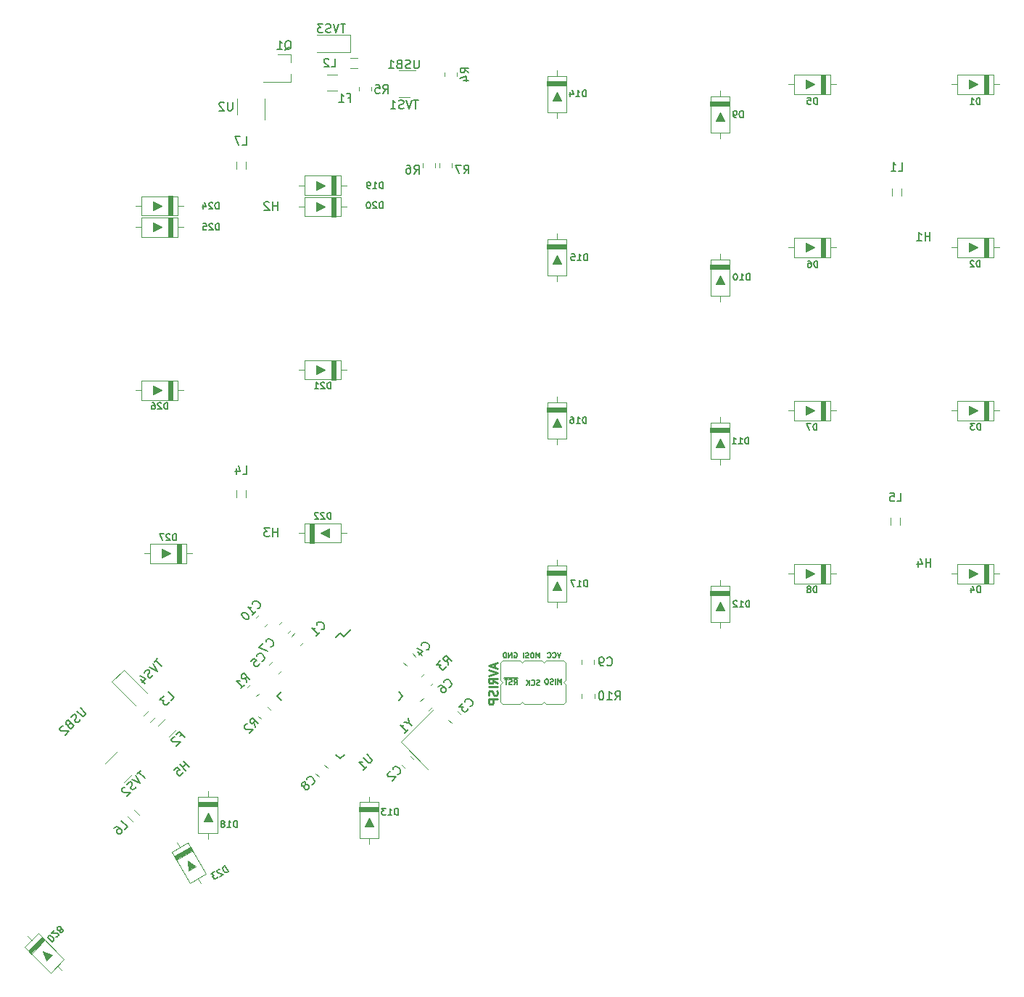
<source format=gbr>
%TF.GenerationSoftware,KiCad,Pcbnew,(6.0.7)*%
%TF.CreationDate,2022-09-06T15:05:26+03:00*%
%TF.ProjectId,retina-right,72657469-6e61-42d7-9269-6768742e6b69,1.0*%
%TF.SameCoordinates,Original*%
%TF.FileFunction,Legend,Bot*%
%TF.FilePolarity,Positive*%
%FSLAX46Y46*%
G04 Gerber Fmt 4.6, Leading zero omitted, Abs format (unit mm)*
G04 Created by KiCad (PCBNEW (6.0.7)) date 2022-09-06 15:05:26*
%MOMM*%
%LPD*%
G01*
G04 APERTURE LIST*
%ADD10C,0.150000*%
%ADD11C,0.250000*%
%ADD12C,0.152400*%
%ADD13C,0.120000*%
%ADD14C,0.100000*%
%ADD15C,0.050800*%
G04 APERTURE END LIST*
D10*
%TO.C,Q1*%
X148132788Y-62002919D02*
X148228026Y-61955300D01*
X148323264Y-61860061D01*
X148466121Y-61717204D01*
X148561359Y-61669585D01*
X148656597Y-61669585D01*
X148608978Y-61907680D02*
X148704216Y-61860061D01*
X148799454Y-61764823D01*
X148847073Y-61574347D01*
X148847073Y-61241014D01*
X148799454Y-61050538D01*
X148704216Y-60955300D01*
X148608978Y-60907680D01*
X148418502Y-60907680D01*
X148323264Y-60955300D01*
X148228026Y-61050538D01*
X148180407Y-61241014D01*
X148180407Y-61574347D01*
X148228026Y-61764823D01*
X148323264Y-61860061D01*
X148418502Y-61907680D01*
X148608978Y-61907680D01*
X147228026Y-61907680D02*
X147799454Y-61907680D01*
X147513740Y-61907680D02*
X147513740Y-60907680D01*
X147608978Y-61050538D01*
X147704216Y-61145776D01*
X147799454Y-61193395D01*
%TO.C,J1*%
X180415021Y-136040778D02*
X180415021Y-135440778D01*
X180215021Y-135869350D01*
X180015021Y-135440778D01*
X180015021Y-136040778D01*
X179729307Y-136040778D02*
X179729307Y-135440778D01*
X179472164Y-136012207D02*
X179386450Y-136040778D01*
X179243592Y-136040778D01*
X179186450Y-136012207D01*
X179157878Y-135983635D01*
X179129307Y-135926492D01*
X179129307Y-135869350D01*
X179157878Y-135812207D01*
X179186450Y-135783635D01*
X179243592Y-135755064D01*
X179357878Y-135726492D01*
X179415021Y-135697921D01*
X179443592Y-135669350D01*
X179472164Y-135612207D01*
X179472164Y-135555064D01*
X179443592Y-135497921D01*
X179415021Y-135469350D01*
X179357878Y-135440778D01*
X179215021Y-135440778D01*
X179129307Y-135469350D01*
X178757878Y-135440778D02*
X178643592Y-135440778D01*
X178586450Y-135469350D01*
X178529307Y-135526492D01*
X178500735Y-135640778D01*
X178500735Y-135840778D01*
X178529307Y-135955064D01*
X178586450Y-136012207D01*
X178643592Y-136040778D01*
X178757878Y-136040778D01*
X178815021Y-136012207D01*
X178872164Y-135955064D01*
X178900735Y-135840778D01*
X178900735Y-135640778D01*
X178872164Y-135526492D01*
X178815021Y-135469350D01*
X178757878Y-135440778D01*
X177871892Y-136126507D02*
X177786178Y-136155078D01*
X177643321Y-136155078D01*
X177586178Y-136126507D01*
X177557607Y-136097935D01*
X177529035Y-136040792D01*
X177529035Y-135983650D01*
X177557607Y-135926507D01*
X177586178Y-135897935D01*
X177643321Y-135869364D01*
X177757607Y-135840792D01*
X177814750Y-135812221D01*
X177843321Y-135783650D01*
X177871892Y-135726507D01*
X177871892Y-135669364D01*
X177843321Y-135612221D01*
X177814750Y-135583650D01*
X177757607Y-135555078D01*
X177614750Y-135555078D01*
X177529035Y-135583650D01*
X176929035Y-136097935D02*
X176957607Y-136126507D01*
X177043321Y-136155078D01*
X177100464Y-136155078D01*
X177186178Y-136126507D01*
X177243321Y-136069364D01*
X177271892Y-136012221D01*
X177300464Y-135897935D01*
X177300464Y-135812221D01*
X177271892Y-135697935D01*
X177243321Y-135640792D01*
X177186178Y-135583650D01*
X177100464Y-135555078D01*
X177043321Y-135555078D01*
X176957607Y-135583650D01*
X176929035Y-135612221D01*
X176671892Y-136155078D02*
X176671892Y-135555078D01*
X176329035Y-136155078D02*
X176586178Y-135812221D01*
X176329035Y-135555078D02*
X176671892Y-135897935D01*
X174895857Y-132383250D02*
X174953000Y-132354678D01*
X175038714Y-132354678D01*
X175124428Y-132383250D01*
X175181571Y-132440392D01*
X175210142Y-132497535D01*
X175238714Y-132611821D01*
X175238714Y-132697535D01*
X175210142Y-132811821D01*
X175181571Y-132868964D01*
X175124428Y-132926107D01*
X175038714Y-132954678D01*
X174981571Y-132954678D01*
X174895857Y-132926107D01*
X174867285Y-132897535D01*
X174867285Y-132697535D01*
X174981571Y-132697535D01*
X174610142Y-132954678D02*
X174610142Y-132354678D01*
X174267285Y-132954678D01*
X174267285Y-132354678D01*
X173981571Y-132954678D02*
X173981571Y-132354678D01*
X173838714Y-132354678D01*
X173753000Y-132383250D01*
X173695857Y-132440392D01*
X173667285Y-132497535D01*
X173638714Y-132611821D01*
X173638714Y-132697535D01*
X173667285Y-132811821D01*
X173695857Y-132868964D01*
X173753000Y-132926107D01*
X173838714Y-132954678D01*
X173981571Y-132954678D01*
X175366821Y-135328500D02*
X174766821Y-135328500D01*
X174881107Y-136097928D02*
X175081107Y-135812214D01*
X175223964Y-136097928D02*
X175223964Y-135497928D01*
X174995392Y-135497928D01*
X174938250Y-135526500D01*
X174909678Y-135555071D01*
X174881107Y-135612214D01*
X174881107Y-135697928D01*
X174909678Y-135755071D01*
X174938250Y-135783642D01*
X174995392Y-135812214D01*
X175223964Y-135812214D01*
X174766821Y-135328500D02*
X174195392Y-135328500D01*
X174652535Y-136069357D02*
X174566821Y-136097928D01*
X174423964Y-136097928D01*
X174366821Y-136069357D01*
X174338250Y-136040785D01*
X174309678Y-135983642D01*
X174309678Y-135926500D01*
X174338250Y-135869357D01*
X174366821Y-135840785D01*
X174423964Y-135812214D01*
X174538250Y-135783642D01*
X174595392Y-135755071D01*
X174623964Y-135726500D01*
X174652535Y-135669357D01*
X174652535Y-135612214D01*
X174623964Y-135555071D01*
X174595392Y-135526500D01*
X174538250Y-135497928D01*
X174395392Y-135497928D01*
X174309678Y-135526500D01*
X174195392Y-135328500D02*
X173738250Y-135328500D01*
X174138250Y-135497928D02*
X173795392Y-135497928D01*
X173966821Y-136097928D02*
X173966821Y-135497928D01*
X180363157Y-132354678D02*
X180163157Y-132954678D01*
X179963157Y-132354678D01*
X179420300Y-132897535D02*
X179448871Y-132926107D01*
X179534585Y-132954678D01*
X179591728Y-132954678D01*
X179677442Y-132926107D01*
X179734585Y-132868964D01*
X179763157Y-132811821D01*
X179791728Y-132697535D01*
X179791728Y-132611821D01*
X179763157Y-132497535D01*
X179734585Y-132440392D01*
X179677442Y-132383250D01*
X179591728Y-132354678D01*
X179534585Y-132354678D01*
X179448871Y-132383250D01*
X179420300Y-132411821D01*
X178820300Y-132897535D02*
X178848871Y-132926107D01*
X178934585Y-132954678D01*
X178991728Y-132954678D01*
X179077442Y-132926107D01*
X179134585Y-132868964D01*
X179163157Y-132811821D01*
X179191728Y-132697535D01*
X179191728Y-132611821D01*
X179163157Y-132497535D01*
X179134585Y-132440392D01*
X179077442Y-132383250D01*
X178991728Y-132354678D01*
X178934585Y-132354678D01*
X178848871Y-132383250D01*
X178820300Y-132411821D01*
D11*
X172645366Y-133616997D02*
X172645366Y-134093188D01*
X172931080Y-133521759D02*
X171931080Y-133855092D01*
X172931080Y-134188426D01*
X171931080Y-134378902D02*
X172931080Y-134712235D01*
X171931080Y-135045569D01*
X172931080Y-135950330D02*
X172454890Y-135616997D01*
X172931080Y-135378902D02*
X171931080Y-135378902D01*
X171931080Y-135759854D01*
X171978700Y-135855092D01*
X172026319Y-135902711D01*
X172121557Y-135950330D01*
X172264414Y-135950330D01*
X172359652Y-135902711D01*
X172407271Y-135855092D01*
X172454890Y-135759854D01*
X172454890Y-135378902D01*
X172931080Y-136378902D02*
X171931080Y-136378902D01*
X172883461Y-136807473D02*
X172931080Y-136950330D01*
X172931080Y-137188426D01*
X172883461Y-137283664D01*
X172835842Y-137331283D01*
X172740604Y-137378902D01*
X172645366Y-137378902D01*
X172550128Y-137331283D01*
X172502509Y-137283664D01*
X172454890Y-137188426D01*
X172407271Y-136997950D01*
X172359652Y-136902711D01*
X172312033Y-136855092D01*
X172216795Y-136807473D01*
X172121557Y-136807473D01*
X172026319Y-136855092D01*
X171978700Y-136902711D01*
X171931080Y-136997950D01*
X171931080Y-137236045D01*
X171978700Y-137378902D01*
X172931080Y-137807473D02*
X171931080Y-137807473D01*
X171931080Y-138188426D01*
X171978700Y-138283664D01*
X172026319Y-138331283D01*
X172121557Y-138378902D01*
X172264414Y-138378902D01*
X172359652Y-138331283D01*
X172407271Y-138283664D01*
X172454890Y-138188426D01*
X172454890Y-137807473D01*
D10*
X177877142Y-132973728D02*
X177877142Y-132373728D01*
X177677142Y-132802300D01*
X177477142Y-132373728D01*
X177477142Y-132973728D01*
X177077142Y-132373728D02*
X176962857Y-132373728D01*
X176905714Y-132402300D01*
X176848571Y-132459442D01*
X176820000Y-132573728D01*
X176820000Y-132773728D01*
X176848571Y-132888014D01*
X176905714Y-132945157D01*
X176962857Y-132973728D01*
X177077142Y-132973728D01*
X177134285Y-132945157D01*
X177191428Y-132888014D01*
X177220000Y-132773728D01*
X177220000Y-132573728D01*
X177191428Y-132459442D01*
X177134285Y-132402300D01*
X177077142Y-132373728D01*
X176591428Y-132945157D02*
X176505714Y-132973728D01*
X176362857Y-132973728D01*
X176305714Y-132945157D01*
X176277142Y-132916585D01*
X176248571Y-132859442D01*
X176248571Y-132802300D01*
X176277142Y-132745157D01*
X176305714Y-132716585D01*
X176362857Y-132688014D01*
X176477142Y-132659442D01*
X176534285Y-132630871D01*
X176562857Y-132602300D01*
X176591428Y-132545157D01*
X176591428Y-132488014D01*
X176562857Y-132430871D01*
X176534285Y-132402300D01*
X176477142Y-132373728D01*
X176334285Y-132373728D01*
X176248571Y-132402300D01*
X175991428Y-132973728D02*
X175991428Y-132373728D01*
%TO.C,R5*%
X159596116Y-67051180D02*
X159929450Y-66574990D01*
X160167545Y-67051180D02*
X160167545Y-66051180D01*
X159786592Y-66051180D01*
X159691354Y-66098800D01*
X159643735Y-66146419D01*
X159596116Y-66241657D01*
X159596116Y-66384514D01*
X159643735Y-66479752D01*
X159691354Y-66527371D01*
X159786592Y-66574990D01*
X160167545Y-66574990D01*
X158691354Y-66051180D02*
X159167545Y-66051180D01*
X159215164Y-66527371D01*
X159167545Y-66479752D01*
X159072307Y-66432133D01*
X158834211Y-66432133D01*
X158738973Y-66479752D01*
X158691354Y-66527371D01*
X158643735Y-66622609D01*
X158643735Y-66860704D01*
X158691354Y-66955942D01*
X158738973Y-67003561D01*
X158834211Y-67051180D01*
X159072307Y-67051180D01*
X159167545Y-67003561D01*
X159215164Y-66955942D01*
%TO.C,L3*%
X134854532Y-137971630D02*
X135191250Y-137634912D01*
X134484143Y-136927806D01*
X133979067Y-137432882D02*
X133541334Y-137870615D01*
X134046410Y-137904287D01*
X133945395Y-138005302D01*
X133911723Y-138106317D01*
X133911723Y-138173661D01*
X133945395Y-138274676D01*
X134113754Y-138443035D01*
X134214769Y-138476706D01*
X134282112Y-138476706D01*
X134383128Y-138443035D01*
X134585158Y-138241004D01*
X134618830Y-138139989D01*
X134618830Y-138072645D01*
%TO.C,C4*%
X164676639Y-132055937D02*
X164743982Y-132055937D01*
X164878669Y-131988593D01*
X164946013Y-131921250D01*
X165013356Y-131786562D01*
X165013356Y-131651875D01*
X164979685Y-131550860D01*
X164878669Y-131382501D01*
X164777654Y-131281486D01*
X164609295Y-131180471D01*
X164508280Y-131146799D01*
X164373593Y-131146799D01*
X164238906Y-131214143D01*
X164171562Y-131281486D01*
X164104219Y-131416173D01*
X164104219Y-131483517D01*
X163666486Y-132257967D02*
X164137891Y-132729372D01*
X163565471Y-131820234D02*
X164238906Y-132156952D01*
X163801173Y-132594685D01*
%TO.C,H5*%
X136970879Y-145723183D02*
X136263772Y-145016076D01*
X136600490Y-145352794D02*
X136196429Y-145756855D01*
X136566818Y-146127244D02*
X135859711Y-145420137D01*
X135186276Y-146093572D02*
X135522994Y-145756855D01*
X135893383Y-146059901D01*
X135826040Y-146059901D01*
X135725024Y-146093572D01*
X135556666Y-146261931D01*
X135522994Y-146362946D01*
X135522994Y-146430290D01*
X135556666Y-146531305D01*
X135725024Y-146699664D01*
X135826040Y-146733336D01*
X135893383Y-146733336D01*
X135994398Y-146699664D01*
X136162757Y-146531305D01*
X136196429Y-146430290D01*
X136196429Y-146362946D01*
D12*
%TO.C,D16*%
X183309985Y-105595964D02*
X183309985Y-104833964D01*
X183128557Y-104833964D01*
X183019700Y-104870250D01*
X182947128Y-104942821D01*
X182910842Y-105015392D01*
X182874557Y-105160535D01*
X182874557Y-105269392D01*
X182910842Y-105414535D01*
X182947128Y-105487107D01*
X183019700Y-105559678D01*
X183128557Y-105595964D01*
X183309985Y-105595964D01*
X182148842Y-105595964D02*
X182584271Y-105595964D01*
X182366557Y-105595964D02*
X182366557Y-104833964D01*
X182439128Y-104942821D01*
X182511700Y-105015392D01*
X182584271Y-105051678D01*
X181495700Y-104833964D02*
X181640842Y-104833964D01*
X181713414Y-104870250D01*
X181749700Y-104906535D01*
X181822271Y-105015392D01*
X181858557Y-105160535D01*
X181858557Y-105450821D01*
X181822271Y-105523392D01*
X181785985Y-105559678D01*
X181713414Y-105595964D01*
X181568271Y-105595964D01*
X181495700Y-105559678D01*
X181459414Y-105523392D01*
X181423128Y-105450821D01*
X181423128Y-105269392D01*
X181459414Y-105196821D01*
X181495700Y-105160535D01*
X181568271Y-105124250D01*
X181713414Y-105124250D01*
X181785985Y-105160535D01*
X181822271Y-105196821D01*
X181858557Y-105269392D01*
D10*
%TO.C,TVS1*%
X163705966Y-67841880D02*
X163134538Y-67841880D01*
X163420252Y-68841880D02*
X163420252Y-67841880D01*
X162944061Y-67841880D02*
X162610728Y-68841880D01*
X162277395Y-67841880D01*
X161991680Y-68794261D02*
X161848823Y-68841880D01*
X161610728Y-68841880D01*
X161515490Y-68794261D01*
X161467871Y-68746642D01*
X161420252Y-68651404D01*
X161420252Y-68556166D01*
X161467871Y-68460928D01*
X161515490Y-68413309D01*
X161610728Y-68365690D01*
X161801204Y-68318071D01*
X161896442Y-68270452D01*
X161944061Y-68222833D01*
X161991680Y-68127595D01*
X161991680Y-68032357D01*
X161944061Y-67937119D01*
X161896442Y-67889500D01*
X161801204Y-67841880D01*
X161563109Y-67841880D01*
X161420252Y-67889500D01*
X160467871Y-68841880D02*
X161039300Y-68841880D01*
X160753585Y-68841880D02*
X160753585Y-67841880D01*
X160848823Y-67984738D01*
X160944061Y-68079976D01*
X161039300Y-68127595D01*
D12*
%TO.C,D8*%
X210246114Y-125362564D02*
X210246114Y-124600564D01*
X210064686Y-124600564D01*
X209955828Y-124636850D01*
X209883257Y-124709421D01*
X209846971Y-124781992D01*
X209810686Y-124927135D01*
X209810686Y-125035992D01*
X209846971Y-125181135D01*
X209883257Y-125253707D01*
X209955828Y-125326278D01*
X210064686Y-125362564D01*
X210246114Y-125362564D01*
X209375257Y-124927135D02*
X209447828Y-124890850D01*
X209484114Y-124854564D01*
X209520400Y-124781992D01*
X209520400Y-124745707D01*
X209484114Y-124673135D01*
X209447828Y-124636850D01*
X209375257Y-124600564D01*
X209230114Y-124600564D01*
X209157543Y-124636850D01*
X209121257Y-124673135D01*
X209084971Y-124745707D01*
X209084971Y-124781992D01*
X209121257Y-124854564D01*
X209157543Y-124890850D01*
X209230114Y-124927135D01*
X209375257Y-124927135D01*
X209447828Y-124963421D01*
X209484114Y-124999707D01*
X209520400Y-125072278D01*
X209520400Y-125217421D01*
X209484114Y-125289992D01*
X209447828Y-125326278D01*
X209375257Y-125362564D01*
X209230114Y-125362564D01*
X209157543Y-125326278D01*
X209121257Y-125289992D01*
X209084971Y-125217421D01*
X209084971Y-125072278D01*
X209121257Y-124999707D01*
X209157543Y-124963421D01*
X209230114Y-124927135D01*
%TO.C,D17*%
X183424285Y-124645913D02*
X183424285Y-123883913D01*
X183242857Y-123883913D01*
X183134000Y-123920199D01*
X183061428Y-123992770D01*
X183025142Y-124065341D01*
X182988857Y-124210484D01*
X182988857Y-124319341D01*
X183025142Y-124464484D01*
X183061428Y-124537056D01*
X183134000Y-124609627D01*
X183242857Y-124645913D01*
X183424285Y-124645913D01*
X182263142Y-124645913D02*
X182698571Y-124645913D01*
X182480857Y-124645913D02*
X182480857Y-123883913D01*
X182553428Y-123992770D01*
X182626000Y-124065341D01*
X182698571Y-124101627D01*
X182009142Y-123883913D02*
X181501142Y-123883913D01*
X181827714Y-124645913D01*
D10*
%TO.C,R3*%
X167222982Y-133799680D02*
X167121967Y-133227260D01*
X167627043Y-133395619D02*
X166919937Y-132688512D01*
X166650562Y-132957886D01*
X166616891Y-133058901D01*
X166616891Y-133126245D01*
X166650562Y-133227260D01*
X166751578Y-133328275D01*
X166852593Y-133361947D01*
X166919937Y-133361947D01*
X167020952Y-133328275D01*
X167290326Y-133058901D01*
X166280173Y-133328275D02*
X165842440Y-133766008D01*
X166347517Y-133799680D01*
X166246501Y-133900695D01*
X166212830Y-134001711D01*
X166212830Y-134069054D01*
X166246501Y-134170069D01*
X166414860Y-134338428D01*
X166515875Y-134372100D01*
X166583219Y-134372100D01*
X166684234Y-134338428D01*
X166886265Y-134136398D01*
X166919937Y-134035382D01*
X166919937Y-133968039D01*
%TO.C,H3*%
X147294504Y-118810030D02*
X147294504Y-117810030D01*
X147294504Y-118286221D02*
X146723076Y-118286221D01*
X146723076Y-118810030D02*
X146723076Y-117810030D01*
X146342123Y-117810030D02*
X145723076Y-117810030D01*
X146056409Y-118190983D01*
X145913552Y-118190983D01*
X145818314Y-118238602D01*
X145770695Y-118286221D01*
X145723076Y-118381459D01*
X145723076Y-118619554D01*
X145770695Y-118714792D01*
X145818314Y-118762411D01*
X145913552Y-118810030D01*
X146199266Y-118810030D01*
X146294504Y-118762411D01*
X146342123Y-118714792D01*
D12*
%TO.C,D14*%
X183271885Y-67457864D02*
X183271885Y-66695864D01*
X183090457Y-66695864D01*
X182981600Y-66732150D01*
X182909028Y-66804721D01*
X182872742Y-66877292D01*
X182836457Y-67022435D01*
X182836457Y-67131292D01*
X182872742Y-67276435D01*
X182909028Y-67349007D01*
X182981600Y-67421578D01*
X183090457Y-67457864D01*
X183271885Y-67457864D01*
X182110742Y-67457864D02*
X182546171Y-67457864D01*
X182328457Y-67457864D02*
X182328457Y-66695864D01*
X182401028Y-66804721D01*
X182473600Y-66877292D01*
X182546171Y-66913578D01*
X181457600Y-66949864D02*
X181457600Y-67457864D01*
X181639028Y-66659578D02*
X181820457Y-67203864D01*
X181348742Y-67203864D01*
D10*
%TO.C,F1*%
X155476533Y-67594171D02*
X155809866Y-67594171D01*
X155809866Y-68117980D02*
X155809866Y-67117980D01*
X155333676Y-67117980D01*
X154428914Y-68117980D02*
X155000342Y-68117980D01*
X154714628Y-68117980D02*
X154714628Y-67117980D01*
X154809866Y-67260838D01*
X154905104Y-67356076D01*
X155000342Y-67403695D01*
%TO.C,C1*%
X152408439Y-129674687D02*
X152475782Y-129674687D01*
X152610469Y-129607343D01*
X152677813Y-129540000D01*
X152745156Y-129405312D01*
X152745156Y-129270625D01*
X152711485Y-129169610D01*
X152610469Y-129001251D01*
X152509454Y-128900236D01*
X152341095Y-128799221D01*
X152240080Y-128765549D01*
X152105393Y-128765549D01*
X151970706Y-128832893D01*
X151903362Y-128900236D01*
X151836019Y-129034923D01*
X151836019Y-129102267D01*
X151802347Y-130415465D02*
X152206408Y-130011404D01*
X152004378Y-130213435D02*
X151297271Y-129506328D01*
X151465630Y-129540000D01*
X151600317Y-129540000D01*
X151701332Y-129506328D01*
D12*
%TO.C,D5*%
X210265164Y-68307814D02*
X210265164Y-67545814D01*
X210083736Y-67545814D01*
X209974878Y-67582100D01*
X209902307Y-67654671D01*
X209866021Y-67727242D01*
X209829736Y-67872385D01*
X209829736Y-67981242D01*
X209866021Y-68126385D01*
X209902307Y-68198957D01*
X209974878Y-68271528D01*
X210083736Y-68307814D01*
X210265164Y-68307814D01*
X209140307Y-67545814D02*
X209503164Y-67545814D01*
X209539450Y-67908671D01*
X209503164Y-67872385D01*
X209430593Y-67836100D01*
X209249164Y-67836100D01*
X209176593Y-67872385D01*
X209140307Y-67908671D01*
X209104021Y-67981242D01*
X209104021Y-68162671D01*
X209140307Y-68235242D01*
X209176593Y-68271528D01*
X209249164Y-68307814D01*
X209430593Y-68307814D01*
X209503164Y-68271528D01*
X209539450Y-68235242D01*
%TO.C,D26*%
X134427731Y-103950313D02*
X134427731Y-103188313D01*
X134246303Y-103188313D01*
X134137446Y-103224599D01*
X134064874Y-103297170D01*
X134028588Y-103369741D01*
X133992303Y-103514884D01*
X133992303Y-103623741D01*
X134028588Y-103768884D01*
X134064874Y-103841456D01*
X134137446Y-103914027D01*
X134246303Y-103950313D01*
X134427731Y-103950313D01*
X133702017Y-103260884D02*
X133665731Y-103224599D01*
X133593160Y-103188313D01*
X133411731Y-103188313D01*
X133339160Y-103224599D01*
X133302874Y-103260884D01*
X133266588Y-103333456D01*
X133266588Y-103406027D01*
X133302874Y-103514884D01*
X133738303Y-103950313D01*
X133266588Y-103950313D01*
X132613446Y-103188313D02*
X132758588Y-103188313D01*
X132831160Y-103224599D01*
X132867446Y-103260884D01*
X132940017Y-103369741D01*
X132976303Y-103514884D01*
X132976303Y-103805170D01*
X132940017Y-103877741D01*
X132903731Y-103914027D01*
X132831160Y-103950313D01*
X132686017Y-103950313D01*
X132613446Y-103914027D01*
X132577160Y-103877741D01*
X132540874Y-103805170D01*
X132540874Y-103623741D01*
X132577160Y-103551170D01*
X132613446Y-103514884D01*
X132686017Y-103478599D01*
X132831160Y-103478599D01*
X132903731Y-103514884D01*
X132940017Y-103551170D01*
X132976303Y-103623741D01*
D10*
%TO.C,L1*%
X219756016Y-76099930D02*
X220232207Y-76099930D01*
X220232207Y-75099930D01*
X218898873Y-76099930D02*
X219470302Y-76099930D01*
X219184588Y-76099930D02*
X219184588Y-75099930D01*
X219279826Y-75242788D01*
X219375064Y-75338026D01*
X219470302Y-75385645D01*
D12*
%TO.C,D23*%
X141524578Y-157912788D02*
X141143578Y-157252877D01*
X140986456Y-157343591D01*
X140910326Y-157429444D01*
X140883763Y-157528578D01*
X140888624Y-157609570D01*
X140929771Y-157753410D01*
X140984200Y-157847683D01*
X141088195Y-157955238D01*
X141155906Y-157999943D01*
X141255040Y-158026506D01*
X141367456Y-158003502D01*
X141524578Y-157912788D01*
X140551376Y-157678582D02*
X140501809Y-157665301D01*
X140420818Y-157670162D01*
X140263696Y-157760877D01*
X140218990Y-157828587D01*
X140205708Y-157878154D01*
X140210570Y-157959145D01*
X140246856Y-158021994D01*
X140332708Y-158098124D01*
X140927515Y-158257502D01*
X140518998Y-158493359D01*
X139918028Y-157960448D02*
X139509511Y-158196305D01*
X139874625Y-158320700D01*
X139780352Y-158375129D01*
X139735646Y-158442839D01*
X139722364Y-158492406D01*
X139727226Y-158573397D01*
X139817940Y-158730519D01*
X139885650Y-158775225D01*
X139935217Y-158788506D01*
X140016209Y-158783645D01*
X140204755Y-158674788D01*
X140249461Y-158607078D01*
X140262742Y-158557511D01*
%TO.C,D6*%
X210321978Y-87365114D02*
X210321978Y-86603114D01*
X210140550Y-86603114D01*
X210031692Y-86639400D01*
X209959121Y-86711971D01*
X209922835Y-86784542D01*
X209886550Y-86929685D01*
X209886550Y-87038542D01*
X209922835Y-87183685D01*
X209959121Y-87256257D01*
X210031692Y-87328828D01*
X210140550Y-87365114D01*
X210321978Y-87365114D01*
X209233407Y-86603114D02*
X209378550Y-86603114D01*
X209451121Y-86639400D01*
X209487407Y-86675685D01*
X209559978Y-86784542D01*
X209596264Y-86929685D01*
X209596264Y-87219971D01*
X209559978Y-87292542D01*
X209523692Y-87328828D01*
X209451121Y-87365114D01*
X209305978Y-87365114D01*
X209233407Y-87328828D01*
X209197121Y-87292542D01*
X209160835Y-87219971D01*
X209160835Y-87038542D01*
X209197121Y-86965971D01*
X209233407Y-86929685D01*
X209305978Y-86893400D01*
X209451121Y-86893400D01*
X209523692Y-86929685D01*
X209559978Y-86965971D01*
X209596264Y-87038542D01*
D10*
%TO.C,C10*%
X144934656Y-127223419D02*
X145002000Y-127223419D01*
X145136687Y-127156075D01*
X145204030Y-127088732D01*
X145271374Y-126954045D01*
X145271374Y-126819358D01*
X145237702Y-126718343D01*
X145136687Y-126549984D01*
X145035672Y-126448969D01*
X144867313Y-126347953D01*
X144766298Y-126314282D01*
X144631611Y-126314282D01*
X144496924Y-126381625D01*
X144429580Y-126448969D01*
X144362237Y-126583656D01*
X144362237Y-126650999D01*
X144328565Y-127964198D02*
X144732626Y-127560137D01*
X144530595Y-127762167D02*
X143823488Y-127055060D01*
X143991847Y-127088732D01*
X144126534Y-127088732D01*
X144227550Y-127055060D01*
X143183725Y-127694824D02*
X143116382Y-127762167D01*
X143082710Y-127863182D01*
X143082710Y-127930526D01*
X143116382Y-128031541D01*
X143217397Y-128199900D01*
X143385756Y-128368259D01*
X143554114Y-128469274D01*
X143655130Y-128502946D01*
X143722473Y-128502946D01*
X143823488Y-128469274D01*
X143890832Y-128401930D01*
X143924504Y-128300915D01*
X143924504Y-128233572D01*
X143890832Y-128132556D01*
X143789817Y-127964198D01*
X143621458Y-127795839D01*
X143453099Y-127694824D01*
X143352084Y-127661152D01*
X143284740Y-127661152D01*
X143183725Y-127694824D01*
%TO.C,C3*%
X169743939Y-138647237D02*
X169811282Y-138647237D01*
X169945969Y-138579893D01*
X170013313Y-138512550D01*
X170080656Y-138377862D01*
X170080656Y-138243175D01*
X170046985Y-138142160D01*
X169945969Y-137973801D01*
X169844954Y-137872786D01*
X169676595Y-137771771D01*
X169575580Y-137738099D01*
X169440893Y-137738099D01*
X169306206Y-137805443D01*
X169238862Y-137872786D01*
X169171519Y-138007473D01*
X169171519Y-138074817D01*
X168868473Y-138243175D02*
X168430740Y-138680908D01*
X168935817Y-138714580D01*
X168834801Y-138815595D01*
X168801130Y-138916611D01*
X168801130Y-138983954D01*
X168834801Y-139084969D01*
X169003160Y-139253328D01*
X169104175Y-139287000D01*
X169171519Y-139287000D01*
X169272534Y-139253328D01*
X169474565Y-139051298D01*
X169508237Y-138950282D01*
X169508237Y-138882939D01*
D12*
%TO.C,D15*%
X183424285Y-86565014D02*
X183424285Y-85803014D01*
X183242857Y-85803014D01*
X183134000Y-85839300D01*
X183061428Y-85911871D01*
X183025142Y-85984442D01*
X182988857Y-86129585D01*
X182988857Y-86238442D01*
X183025142Y-86383585D01*
X183061428Y-86456157D01*
X183134000Y-86528728D01*
X183242857Y-86565014D01*
X183424285Y-86565014D01*
X182263142Y-86565014D02*
X182698571Y-86565014D01*
X182480857Y-86565014D02*
X182480857Y-85803014D01*
X182553428Y-85911871D01*
X182626000Y-85984442D01*
X182698571Y-86020728D01*
X181573714Y-85803014D02*
X181936571Y-85803014D01*
X181972857Y-86165871D01*
X181936571Y-86129585D01*
X181864000Y-86093300D01*
X181682571Y-86093300D01*
X181610000Y-86129585D01*
X181573714Y-86165871D01*
X181537428Y-86238442D01*
X181537428Y-86419871D01*
X181573714Y-86492442D01*
X181610000Y-86528728D01*
X181682571Y-86565014D01*
X181864000Y-86565014D01*
X181936571Y-86528728D01*
X181972857Y-86492442D01*
%TO.C,D3*%
X229334214Y-106331614D02*
X229334214Y-105569614D01*
X229152786Y-105569614D01*
X229043928Y-105605900D01*
X228971357Y-105678471D01*
X228935071Y-105751042D01*
X228898786Y-105896185D01*
X228898786Y-106005042D01*
X228935071Y-106150185D01*
X228971357Y-106222757D01*
X229043928Y-106295328D01*
X229152786Y-106331614D01*
X229334214Y-106331614D01*
X228644786Y-105569614D02*
X228173071Y-105569614D01*
X228427071Y-105859900D01*
X228318214Y-105859900D01*
X228245643Y-105896185D01*
X228209357Y-105932471D01*
X228173071Y-106005042D01*
X228173071Y-106186471D01*
X228209357Y-106259042D01*
X228245643Y-106295328D01*
X228318214Y-106331614D01*
X228535928Y-106331614D01*
X228608500Y-106295328D01*
X228644786Y-106259042D01*
D10*
%TO.C,L5*%
X219584566Y-114695230D02*
X220060757Y-114695230D01*
X220060757Y-113695230D01*
X218775042Y-113695230D02*
X219251233Y-113695230D01*
X219298852Y-114171421D01*
X219251233Y-114123802D01*
X219155995Y-114076183D01*
X218917900Y-114076183D01*
X218822661Y-114123802D01*
X218775042Y-114171421D01*
X218727423Y-114266659D01*
X218727423Y-114504754D01*
X218775042Y-114599992D01*
X218822661Y-114647611D01*
X218917900Y-114695230D01*
X219155995Y-114695230D01*
X219251233Y-114647611D01*
X219298852Y-114599992D01*
%TO.C,R10*%
X186685157Y-137879080D02*
X187018490Y-137402890D01*
X187256585Y-137879080D02*
X187256585Y-136879080D01*
X186875633Y-136879080D01*
X186780395Y-136926700D01*
X186732776Y-136974319D01*
X186685157Y-137069557D01*
X186685157Y-137212414D01*
X186732776Y-137307652D01*
X186780395Y-137355271D01*
X186875633Y-137402890D01*
X187256585Y-137402890D01*
X185732776Y-137879080D02*
X186304204Y-137879080D01*
X186018490Y-137879080D02*
X186018490Y-136879080D01*
X186113728Y-137021938D01*
X186208966Y-137117176D01*
X186304204Y-137164795D01*
X185113728Y-136879080D02*
X185018490Y-136879080D01*
X184923252Y-136926700D01*
X184875633Y-136974319D01*
X184828014Y-137069557D01*
X184780395Y-137260033D01*
X184780395Y-137498128D01*
X184828014Y-137688604D01*
X184875633Y-137783842D01*
X184923252Y-137831461D01*
X185018490Y-137879080D01*
X185113728Y-137879080D01*
X185208966Y-137831461D01*
X185256585Y-137783842D01*
X185304204Y-137688604D01*
X185351823Y-137498128D01*
X185351823Y-137260033D01*
X185304204Y-137069557D01*
X185256585Y-136974319D01*
X185208966Y-136926700D01*
X185113728Y-136879080D01*
%TO.C,H1*%
X223456404Y-84291430D02*
X223456404Y-83291430D01*
X223456404Y-83767621D02*
X222884976Y-83767621D01*
X222884976Y-84291430D02*
X222884976Y-83291430D01*
X221884976Y-84291430D02*
X222456404Y-84291430D01*
X222170690Y-84291430D02*
X222170690Y-83291430D01*
X222265928Y-83434288D01*
X222361166Y-83529526D01*
X222456404Y-83577145D01*
%TO.C,R1*%
X143636582Y-135857080D02*
X143535567Y-135284660D01*
X144040643Y-135453019D02*
X143333537Y-134745912D01*
X143064162Y-135015286D01*
X143030491Y-135116301D01*
X143030491Y-135183645D01*
X143064162Y-135284660D01*
X143165178Y-135385675D01*
X143266193Y-135419347D01*
X143333537Y-135419347D01*
X143434552Y-135385675D01*
X143703926Y-135116301D01*
X142963147Y-136530515D02*
X143367208Y-136126454D01*
X143165178Y-136328485D02*
X142458071Y-135621378D01*
X142626430Y-135655050D01*
X142761117Y-135655050D01*
X142862132Y-135621378D01*
D12*
%TO.C,D9*%
X201616128Y-69877214D02*
X201616128Y-69115214D01*
X201434700Y-69115214D01*
X201325842Y-69151500D01*
X201253271Y-69224071D01*
X201216985Y-69296642D01*
X201180700Y-69441785D01*
X201180700Y-69550642D01*
X201216985Y-69695785D01*
X201253271Y-69768357D01*
X201325842Y-69840928D01*
X201434700Y-69877214D01*
X201616128Y-69877214D01*
X200817842Y-69877214D02*
X200672700Y-69877214D01*
X200600128Y-69840928D01*
X200563842Y-69804642D01*
X200491271Y-69695785D01*
X200454985Y-69550642D01*
X200454985Y-69260357D01*
X200491271Y-69187785D01*
X200527557Y-69151500D01*
X200600128Y-69115214D01*
X200745271Y-69115214D01*
X200817842Y-69151500D01*
X200854128Y-69187785D01*
X200890414Y-69260357D01*
X200890414Y-69441785D01*
X200854128Y-69514357D01*
X200817842Y-69550642D01*
X200745271Y-69586928D01*
X200600128Y-69586928D01*
X200527557Y-69550642D01*
X200491271Y-69514357D01*
X200454985Y-69441785D01*
D10*
%TO.C,U1*%
X157675972Y-144235026D02*
X158248392Y-144807446D01*
X158282064Y-144908461D01*
X158282064Y-144975805D01*
X158248392Y-145076820D01*
X158113705Y-145211507D01*
X158012690Y-145245179D01*
X157945346Y-145245179D01*
X157844331Y-145211507D01*
X157271911Y-144639087D01*
X157271911Y-146053301D02*
X157675972Y-145649240D01*
X157473942Y-145851270D02*
X156766835Y-145144164D01*
X156935194Y-145177835D01*
X157069881Y-145177835D01*
X157170896Y-145144164D01*
%TO.C,USB2*%
X124247693Y-138782255D02*
X124820113Y-139354675D01*
X124853785Y-139455690D01*
X124853785Y-139523034D01*
X124820113Y-139624049D01*
X124685426Y-139758736D01*
X124584411Y-139792408D01*
X124517067Y-139792408D01*
X124416052Y-139758736D01*
X123843632Y-139186316D01*
X124214022Y-140162797D02*
X124146678Y-140297484D01*
X123978319Y-140465843D01*
X123877304Y-140499515D01*
X123809961Y-140499515D01*
X123708945Y-140465843D01*
X123641602Y-140398500D01*
X123607930Y-140297484D01*
X123607930Y-140230141D01*
X123641602Y-140129125D01*
X123742617Y-139960767D01*
X123776289Y-139859751D01*
X123776289Y-139792408D01*
X123742617Y-139691393D01*
X123675274Y-139624049D01*
X123574258Y-139590377D01*
X123506915Y-139590377D01*
X123405900Y-139624049D01*
X123237541Y-139792408D01*
X123170197Y-139927095D01*
X122934495Y-140768889D02*
X122867151Y-140903576D01*
X122867151Y-140970919D01*
X122900823Y-141071935D01*
X123001838Y-141172950D01*
X123102854Y-141206622D01*
X123170197Y-141206622D01*
X123271212Y-141172950D01*
X123540587Y-140903576D01*
X122833480Y-140196469D01*
X122597777Y-140432171D01*
X122564106Y-140533187D01*
X122564106Y-140600530D01*
X122597777Y-140701545D01*
X122665121Y-140768889D01*
X122766136Y-140802561D01*
X122833480Y-140802561D01*
X122934495Y-140768889D01*
X123170197Y-140533187D01*
X122227388Y-140937248D02*
X122160045Y-140937248D01*
X122059029Y-140970919D01*
X121890671Y-141139278D01*
X121856999Y-141240293D01*
X121856999Y-141307637D01*
X121890671Y-141408652D01*
X121958014Y-141475996D01*
X122092701Y-141543339D01*
X122900823Y-141543339D01*
X122463090Y-141981072D01*
%TO.C,L7*%
X143175016Y-73109080D02*
X143651207Y-73109080D01*
X143651207Y-72109080D01*
X142936921Y-72109080D02*
X142270254Y-72109080D01*
X142698826Y-73109080D01*
%TO.C,U2*%
X142017654Y-68070480D02*
X142017654Y-68880004D01*
X141970035Y-68975242D01*
X141922416Y-69022861D01*
X141827178Y-69070480D01*
X141636702Y-69070480D01*
X141541464Y-69022861D01*
X141493845Y-68975242D01*
X141446226Y-68880004D01*
X141446226Y-68070480D01*
X141017654Y-68165719D02*
X140970035Y-68118100D01*
X140874797Y-68070480D01*
X140636702Y-68070480D01*
X140541464Y-68118100D01*
X140493845Y-68165719D01*
X140446226Y-68260957D01*
X140446226Y-68356195D01*
X140493845Y-68499052D01*
X141065273Y-69070480D01*
X140446226Y-69070480D01*
%TO.C,C5*%
X145417089Y-133332287D02*
X145484432Y-133332287D01*
X145619119Y-133264943D01*
X145686463Y-133197600D01*
X145753806Y-133062912D01*
X145753806Y-132928225D01*
X145720135Y-132827210D01*
X145619119Y-132658851D01*
X145518104Y-132557836D01*
X145349745Y-132456821D01*
X145248730Y-132423149D01*
X145114043Y-132423149D01*
X144979356Y-132490493D01*
X144912012Y-132557836D01*
X144844669Y-132692523D01*
X144844669Y-132759867D01*
X144137562Y-133332287D02*
X144474280Y-132995569D01*
X144844669Y-133298615D01*
X144777325Y-133298615D01*
X144676310Y-133332287D01*
X144507951Y-133500645D01*
X144474280Y-133601661D01*
X144474280Y-133669004D01*
X144507951Y-133770019D01*
X144676310Y-133938378D01*
X144777325Y-133972050D01*
X144844669Y-133972050D01*
X144945684Y-133938378D01*
X145114043Y-133770019D01*
X145147715Y-133669004D01*
X145147715Y-133601661D01*
%TO.C,C8*%
X151267939Y-147734087D02*
X151335282Y-147734087D01*
X151469969Y-147666743D01*
X151537313Y-147599400D01*
X151604656Y-147464712D01*
X151604656Y-147330025D01*
X151570985Y-147229010D01*
X151469969Y-147060651D01*
X151368954Y-146959636D01*
X151200595Y-146858621D01*
X151099580Y-146824949D01*
X150964893Y-146824949D01*
X150830206Y-146892293D01*
X150762862Y-146959636D01*
X150695519Y-147094323D01*
X150695519Y-147161667D01*
X150527160Y-147801430D02*
X150560832Y-147700415D01*
X150560832Y-147633071D01*
X150527160Y-147532056D01*
X150493488Y-147498384D01*
X150392473Y-147464712D01*
X150325130Y-147464712D01*
X150224114Y-147498384D01*
X150089427Y-147633071D01*
X150055756Y-147734087D01*
X150055756Y-147801430D01*
X150089427Y-147902445D01*
X150123099Y-147936117D01*
X150224114Y-147969789D01*
X150291458Y-147969789D01*
X150392473Y-147936117D01*
X150527160Y-147801430D01*
X150628175Y-147767758D01*
X150695519Y-147767758D01*
X150796534Y-147801430D01*
X150931221Y-147936117D01*
X150964893Y-148037132D01*
X150964893Y-148104476D01*
X150931221Y-148205491D01*
X150796534Y-148340178D01*
X150695519Y-148373850D01*
X150628175Y-148373850D01*
X150527160Y-148340178D01*
X150392473Y-148205491D01*
X150358801Y-148104476D01*
X150358801Y-148037132D01*
X150392473Y-147936117D01*
%TO.C,L4*%
X143213116Y-111551980D02*
X143689307Y-111551980D01*
X143689307Y-110551980D01*
X142451211Y-110885314D02*
X142451211Y-111551980D01*
X142689307Y-110504361D02*
X142927402Y-111218647D01*
X142308354Y-111218647D01*
D12*
%TO.C,D7*%
X210246114Y-106388764D02*
X210246114Y-105626764D01*
X210064686Y-105626764D01*
X209955828Y-105663050D01*
X209883257Y-105735621D01*
X209846971Y-105808192D01*
X209810686Y-105953335D01*
X209810686Y-106062192D01*
X209846971Y-106207335D01*
X209883257Y-106279907D01*
X209955828Y-106352478D01*
X210064686Y-106388764D01*
X210246114Y-106388764D01*
X209556686Y-105626764D02*
X209048686Y-105626764D01*
X209375257Y-106388764D01*
D10*
%TO.C,C2*%
X161307289Y-146572037D02*
X161374632Y-146572037D01*
X161509319Y-146504693D01*
X161576663Y-146437350D01*
X161644006Y-146302662D01*
X161644006Y-146167975D01*
X161610335Y-146066960D01*
X161509319Y-145898601D01*
X161408304Y-145797586D01*
X161239945Y-145696571D01*
X161138930Y-145662899D01*
X161004243Y-145662899D01*
X160869556Y-145730243D01*
X160802212Y-145797586D01*
X160734869Y-145932273D01*
X160734869Y-145999617D01*
X160465495Y-146268991D02*
X160398151Y-146268991D01*
X160297136Y-146302662D01*
X160128777Y-146471021D01*
X160095106Y-146572037D01*
X160095106Y-146639380D01*
X160128777Y-146740395D01*
X160196121Y-146807739D01*
X160330808Y-146875082D01*
X161138930Y-146875082D01*
X160701197Y-147312815D01*
D12*
%TO.C,D22*%
X153477685Y-116740214D02*
X153477685Y-115978214D01*
X153296257Y-115978214D01*
X153187400Y-116014500D01*
X153114828Y-116087071D01*
X153078542Y-116159642D01*
X153042257Y-116304785D01*
X153042257Y-116413642D01*
X153078542Y-116558785D01*
X153114828Y-116631357D01*
X153187400Y-116703928D01*
X153296257Y-116740214D01*
X153477685Y-116740214D01*
X152751971Y-116050785D02*
X152715685Y-116014500D01*
X152643114Y-115978214D01*
X152461685Y-115978214D01*
X152389114Y-116014500D01*
X152352828Y-116050785D01*
X152316542Y-116123357D01*
X152316542Y-116195928D01*
X152352828Y-116304785D01*
X152788257Y-116740214D01*
X152316542Y-116740214D01*
X152026257Y-116050785D02*
X151989971Y-116014500D01*
X151917400Y-115978214D01*
X151735971Y-115978214D01*
X151663400Y-116014500D01*
X151627114Y-116050785D01*
X151590828Y-116123357D01*
X151590828Y-116195928D01*
X151627114Y-116304785D01*
X152062542Y-116740214D01*
X151590828Y-116740214D01*
%TO.C,D25*%
X140428435Y-83002664D02*
X140428435Y-82240664D01*
X140247007Y-82240664D01*
X140138150Y-82276950D01*
X140065578Y-82349521D01*
X140029292Y-82422092D01*
X139993007Y-82567235D01*
X139993007Y-82676092D01*
X140029292Y-82821235D01*
X140065578Y-82893807D01*
X140138150Y-82966378D01*
X140247007Y-83002664D01*
X140428435Y-83002664D01*
X139702721Y-82313235D02*
X139666435Y-82276950D01*
X139593864Y-82240664D01*
X139412435Y-82240664D01*
X139339864Y-82276950D01*
X139303578Y-82313235D01*
X139267292Y-82385807D01*
X139267292Y-82458378D01*
X139303578Y-82567235D01*
X139739007Y-83002664D01*
X139267292Y-83002664D01*
X138577864Y-82240664D02*
X138940721Y-82240664D01*
X138977007Y-82603521D01*
X138940721Y-82567235D01*
X138868150Y-82530950D01*
X138686721Y-82530950D01*
X138614150Y-82567235D01*
X138577864Y-82603521D01*
X138541578Y-82676092D01*
X138541578Y-82857521D01*
X138577864Y-82930092D01*
X138614150Y-82966378D01*
X138686721Y-83002664D01*
X138868150Y-83002664D01*
X138940721Y-82966378D01*
X138977007Y-82930092D01*
D10*
%TO.C,C6*%
X167269940Y-136380287D02*
X167337283Y-136380287D01*
X167471970Y-136312943D01*
X167539314Y-136245600D01*
X167606657Y-136110912D01*
X167606657Y-135976225D01*
X167572986Y-135875210D01*
X167471970Y-135706851D01*
X167370955Y-135605836D01*
X167202596Y-135504821D01*
X167101581Y-135471149D01*
X166966894Y-135471149D01*
X166832207Y-135538493D01*
X166764863Y-135605836D01*
X166697520Y-135740523D01*
X166697520Y-135807867D01*
X166024085Y-136346615D02*
X166158772Y-136211928D01*
X166259787Y-136178256D01*
X166327131Y-136178256D01*
X166495489Y-136211928D01*
X166663848Y-136312943D01*
X166933222Y-136582317D01*
X166966894Y-136683332D01*
X166966894Y-136750676D01*
X166933222Y-136851691D01*
X166798535Y-136986378D01*
X166697520Y-137020050D01*
X166630176Y-137020050D01*
X166529161Y-136986378D01*
X166360802Y-136818019D01*
X166327131Y-136717004D01*
X166327131Y-136649661D01*
X166360802Y-136548645D01*
X166495489Y-136413958D01*
X166596505Y-136380287D01*
X166663848Y-136380287D01*
X166764863Y-136413958D01*
D12*
%TO.C,D11*%
X202264735Y-107996264D02*
X202264735Y-107234264D01*
X202083307Y-107234264D01*
X201974450Y-107270550D01*
X201901878Y-107343121D01*
X201865592Y-107415692D01*
X201829307Y-107560835D01*
X201829307Y-107669692D01*
X201865592Y-107814835D01*
X201901878Y-107887407D01*
X201974450Y-107959978D01*
X202083307Y-107996264D01*
X202264735Y-107996264D01*
X201103592Y-107996264D02*
X201539021Y-107996264D01*
X201321307Y-107996264D02*
X201321307Y-107234264D01*
X201393878Y-107343121D01*
X201466450Y-107415692D01*
X201539021Y-107451978D01*
X200377878Y-107996264D02*
X200813307Y-107996264D01*
X200595592Y-107996264D02*
X200595592Y-107234264D01*
X200668164Y-107343121D01*
X200740735Y-107415692D01*
X200813307Y-107451978D01*
%TO.C,D4*%
X229334214Y-125324464D02*
X229334214Y-124562464D01*
X229152786Y-124562464D01*
X229043928Y-124598750D01*
X228971357Y-124671321D01*
X228935071Y-124743892D01*
X228898786Y-124889035D01*
X228898786Y-124997892D01*
X228935071Y-125143035D01*
X228971357Y-125215607D01*
X229043928Y-125288178D01*
X229152786Y-125324464D01*
X229334214Y-125324464D01*
X228245643Y-124816464D02*
X228245643Y-125324464D01*
X228427071Y-124526178D02*
X228608500Y-125070464D01*
X228136786Y-125070464D01*
%TO.C,D12*%
X202359985Y-127046264D02*
X202359985Y-126284264D01*
X202178557Y-126284264D01*
X202069700Y-126320550D01*
X201997128Y-126393121D01*
X201960842Y-126465692D01*
X201924557Y-126610835D01*
X201924557Y-126719692D01*
X201960842Y-126864835D01*
X201997128Y-126937407D01*
X202069700Y-127009978D01*
X202178557Y-127046264D01*
X202359985Y-127046264D01*
X201198842Y-127046264D02*
X201634271Y-127046264D01*
X201416557Y-127046264D02*
X201416557Y-126284264D01*
X201489128Y-126393121D01*
X201561700Y-126465692D01*
X201634271Y-126501978D01*
X200908557Y-126356835D02*
X200872271Y-126320550D01*
X200799700Y-126284264D01*
X200618271Y-126284264D01*
X200545700Y-126320550D01*
X200509414Y-126356835D01*
X200473128Y-126429407D01*
X200473128Y-126501978D01*
X200509414Y-126610835D01*
X200944842Y-127046264D01*
X200473128Y-127046264D01*
D10*
%TO.C,R4*%
X169609030Y-64660483D02*
X169132840Y-64327150D01*
X169609030Y-64089054D02*
X168609030Y-64089054D01*
X168609030Y-64470007D01*
X168656650Y-64565245D01*
X168704269Y-64612864D01*
X168799507Y-64660483D01*
X168942364Y-64660483D01*
X169037602Y-64612864D01*
X169085221Y-64565245D01*
X169132840Y-64470007D01*
X169132840Y-64089054D01*
X168942364Y-65517626D02*
X169609030Y-65517626D01*
X168561411Y-65279530D02*
X169275697Y-65041435D01*
X169275697Y-65660483D01*
D12*
%TO.C,D18*%
X142542985Y-152744714D02*
X142542985Y-151982714D01*
X142361557Y-151982714D01*
X142252700Y-152019000D01*
X142180128Y-152091571D01*
X142143842Y-152164142D01*
X142107557Y-152309285D01*
X142107557Y-152418142D01*
X142143842Y-152563285D01*
X142180128Y-152635857D01*
X142252700Y-152708428D01*
X142361557Y-152744714D01*
X142542985Y-152744714D01*
X141381842Y-152744714D02*
X141817271Y-152744714D01*
X141599557Y-152744714D02*
X141599557Y-151982714D01*
X141672128Y-152091571D01*
X141744700Y-152164142D01*
X141817271Y-152200428D01*
X140946414Y-152309285D02*
X141018985Y-152273000D01*
X141055271Y-152236714D01*
X141091557Y-152164142D01*
X141091557Y-152127857D01*
X141055271Y-152055285D01*
X141018985Y-152019000D01*
X140946414Y-151982714D01*
X140801271Y-151982714D01*
X140728700Y-152019000D01*
X140692414Y-152055285D01*
X140656128Y-152127857D01*
X140656128Y-152164142D01*
X140692414Y-152236714D01*
X140728700Y-152273000D01*
X140801271Y-152309285D01*
X140946414Y-152309285D01*
X141018985Y-152345571D01*
X141055271Y-152381857D01*
X141091557Y-152454428D01*
X141091557Y-152599571D01*
X141055271Y-152672142D01*
X141018985Y-152708428D01*
X140946414Y-152744714D01*
X140801271Y-152744714D01*
X140728700Y-152708428D01*
X140692414Y-152672142D01*
X140656128Y-152599571D01*
X140656128Y-152454428D01*
X140692414Y-152381857D01*
X140728700Y-152345571D01*
X140801271Y-152309285D01*
D10*
%TO.C,H4*%
X223532604Y-122372380D02*
X223532604Y-121372380D01*
X223532604Y-121848571D02*
X222961176Y-121848571D01*
X222961176Y-122372380D02*
X222961176Y-121372380D01*
X222056414Y-121705714D02*
X222056414Y-122372380D01*
X222294509Y-121324761D02*
X222532604Y-122039047D01*
X221913557Y-122039047D01*
D12*
%TO.C,D24*%
X140409385Y-80564264D02*
X140409385Y-79802264D01*
X140227957Y-79802264D01*
X140119100Y-79838550D01*
X140046528Y-79911121D01*
X140010242Y-79983692D01*
X139973957Y-80128835D01*
X139973957Y-80237692D01*
X140010242Y-80382835D01*
X140046528Y-80455407D01*
X140119100Y-80527978D01*
X140227957Y-80564264D01*
X140409385Y-80564264D01*
X139683671Y-79874835D02*
X139647385Y-79838550D01*
X139574814Y-79802264D01*
X139393385Y-79802264D01*
X139320814Y-79838550D01*
X139284528Y-79874835D01*
X139248242Y-79947407D01*
X139248242Y-80019978D01*
X139284528Y-80128835D01*
X139719957Y-80564264D01*
X139248242Y-80564264D01*
X138595100Y-80056264D02*
X138595100Y-80564264D01*
X138776528Y-79765978D02*
X138957957Y-80310264D01*
X138486242Y-80310264D01*
D10*
%TO.C,C7*%
X146483889Y-131674937D02*
X146551232Y-131674937D01*
X146685919Y-131607593D01*
X146753263Y-131540250D01*
X146820606Y-131405562D01*
X146820606Y-131270875D01*
X146786935Y-131169860D01*
X146685919Y-131001501D01*
X146584904Y-130900486D01*
X146416545Y-130799471D01*
X146315530Y-130765799D01*
X146180843Y-130765799D01*
X146046156Y-130833143D01*
X145978812Y-130900486D01*
X145911469Y-131035173D01*
X145911469Y-131102517D01*
X145608423Y-131270875D02*
X145137019Y-131742280D01*
X146147171Y-132146341D01*
%TO.C,R2*%
X144648732Y-141057730D02*
X144547717Y-140485310D01*
X145052793Y-140653669D02*
X144345687Y-139946562D01*
X144076312Y-140215936D01*
X144042641Y-140316951D01*
X144042641Y-140384295D01*
X144076312Y-140485310D01*
X144177328Y-140586325D01*
X144278343Y-140619997D01*
X144345687Y-140619997D01*
X144446702Y-140586325D01*
X144716076Y-140316951D01*
X143739595Y-140687341D02*
X143672251Y-140687341D01*
X143571236Y-140721012D01*
X143402877Y-140889371D01*
X143369206Y-140990387D01*
X143369206Y-141057730D01*
X143402877Y-141158745D01*
X143470221Y-141226089D01*
X143604908Y-141293432D01*
X144413030Y-141293432D01*
X143975297Y-141731165D01*
%TO.C,R6*%
X163215616Y-76442830D02*
X163548950Y-75966640D01*
X163787045Y-76442830D02*
X163787045Y-75442830D01*
X163406092Y-75442830D01*
X163310854Y-75490450D01*
X163263235Y-75538069D01*
X163215616Y-75633307D01*
X163215616Y-75776164D01*
X163263235Y-75871402D01*
X163310854Y-75919021D01*
X163406092Y-75966640D01*
X163787045Y-75966640D01*
X162358473Y-75442830D02*
X162548950Y-75442830D01*
X162644188Y-75490450D01*
X162691807Y-75538069D01*
X162787045Y-75680926D01*
X162834664Y-75871402D01*
X162834664Y-76252354D01*
X162787045Y-76347592D01*
X162739426Y-76395211D01*
X162644188Y-76442830D01*
X162453711Y-76442830D01*
X162358473Y-76395211D01*
X162310854Y-76347592D01*
X162263235Y-76252354D01*
X162263235Y-76014259D01*
X162310854Y-75919021D01*
X162358473Y-75871402D01*
X162453711Y-75823783D01*
X162644188Y-75823783D01*
X162739426Y-75871402D01*
X162787045Y-75919021D01*
X162834664Y-76014259D01*
%TO.C,C9*%
X185751766Y-133802392D02*
X185799385Y-133850011D01*
X185942242Y-133897630D01*
X186037480Y-133897630D01*
X186180338Y-133850011D01*
X186275576Y-133754773D01*
X186323195Y-133659535D01*
X186370814Y-133469059D01*
X186370814Y-133326202D01*
X186323195Y-133135726D01*
X186275576Y-133040488D01*
X186180338Y-132945250D01*
X186037480Y-132897630D01*
X185942242Y-132897630D01*
X185799385Y-132945250D01*
X185751766Y-132992869D01*
X185275576Y-133897630D02*
X185085100Y-133897630D01*
X184989861Y-133850011D01*
X184942242Y-133802392D01*
X184847004Y-133659535D01*
X184799385Y-133469059D01*
X184799385Y-133088107D01*
X184847004Y-132992869D01*
X184894623Y-132945250D01*
X184989861Y-132897630D01*
X185180338Y-132897630D01*
X185275576Y-132945250D01*
X185323195Y-132992869D01*
X185370814Y-133088107D01*
X185370814Y-133326202D01*
X185323195Y-133421440D01*
X185275576Y-133469059D01*
X185180338Y-133516678D01*
X184989861Y-133516678D01*
X184894623Y-133469059D01*
X184847004Y-133421440D01*
X184799385Y-133326202D01*
%TO.C,F2*%
X135859294Y-142131590D02*
X136094996Y-141895887D01*
X136465386Y-142266277D02*
X135758279Y-141559170D01*
X135421561Y-141895887D01*
X135253203Y-142198933D02*
X135185859Y-142198933D01*
X135084844Y-142232605D01*
X134916485Y-142400964D01*
X134882813Y-142501979D01*
X134882813Y-142569322D01*
X134916485Y-142670338D01*
X134983829Y-142737681D01*
X135118516Y-142805025D01*
X135926638Y-142805025D01*
X135488905Y-143242757D01*
D12*
%TO.C,D21*%
X153478021Y-101550064D02*
X153478021Y-100788064D01*
X153296593Y-100788064D01*
X153187736Y-100824350D01*
X153115164Y-100896921D01*
X153078878Y-100969492D01*
X153042593Y-101114635D01*
X153042593Y-101223492D01*
X153078878Y-101368635D01*
X153115164Y-101441207D01*
X153187736Y-101513778D01*
X153296593Y-101550064D01*
X153478021Y-101550064D01*
X152752307Y-100860635D02*
X152716021Y-100824350D01*
X152643450Y-100788064D01*
X152462021Y-100788064D01*
X152389450Y-100824350D01*
X152353164Y-100860635D01*
X152316878Y-100933207D01*
X152316878Y-101005778D01*
X152353164Y-101114635D01*
X152788593Y-101550064D01*
X152316878Y-101550064D01*
X151591164Y-101550064D02*
X152026593Y-101550064D01*
X151808878Y-101550064D02*
X151808878Y-100788064D01*
X151881450Y-100896921D01*
X151954021Y-100969492D01*
X152026593Y-101005778D01*
D10*
%TO.C,H2*%
X147294504Y-80710030D02*
X147294504Y-79710030D01*
X147294504Y-80186221D02*
X146723076Y-80186221D01*
X146723076Y-80710030D02*
X146723076Y-79710030D01*
X146294504Y-79805269D02*
X146246885Y-79757650D01*
X146151647Y-79710030D01*
X145913552Y-79710030D01*
X145818314Y-79757650D01*
X145770695Y-79805269D01*
X145723076Y-79900507D01*
X145723076Y-79995745D01*
X145770695Y-80138602D01*
X146342123Y-80710030D01*
X145723076Y-80710030D01*
%TO.C,L2*%
X153538216Y-63984130D02*
X154014407Y-63984130D01*
X154014407Y-62984130D01*
X153252502Y-63079369D02*
X153204883Y-63031750D01*
X153109645Y-62984130D01*
X152871550Y-62984130D01*
X152776311Y-63031750D01*
X152728692Y-63079369D01*
X152681073Y-63174607D01*
X152681073Y-63269845D01*
X152728692Y-63412702D01*
X153300121Y-63984130D01*
X152681073Y-63984130D01*
%TO.C,R7*%
X169025866Y-76423780D02*
X169359200Y-75947590D01*
X169597295Y-76423780D02*
X169597295Y-75423780D01*
X169216342Y-75423780D01*
X169121104Y-75471400D01*
X169073485Y-75519019D01*
X169025866Y-75614257D01*
X169025866Y-75757114D01*
X169073485Y-75852352D01*
X169121104Y-75899971D01*
X169216342Y-75947590D01*
X169597295Y-75947590D01*
X168692533Y-75423780D02*
X168025866Y-75423780D01*
X168454438Y-76423780D01*
D12*
%TO.C,D19*%
X159573685Y-78163964D02*
X159573685Y-77401964D01*
X159392257Y-77401964D01*
X159283400Y-77438250D01*
X159210828Y-77510821D01*
X159174542Y-77583392D01*
X159138257Y-77728535D01*
X159138257Y-77837392D01*
X159174542Y-77982535D01*
X159210828Y-78055107D01*
X159283400Y-78127678D01*
X159392257Y-78163964D01*
X159573685Y-78163964D01*
X158412542Y-78163964D02*
X158847971Y-78163964D01*
X158630257Y-78163964D02*
X158630257Y-77401964D01*
X158702828Y-77510821D01*
X158775400Y-77583392D01*
X158847971Y-77619678D01*
X158049685Y-78163964D02*
X157904542Y-78163964D01*
X157831971Y-78127678D01*
X157795685Y-78091392D01*
X157723114Y-77982535D01*
X157686828Y-77837392D01*
X157686828Y-77547107D01*
X157723114Y-77474535D01*
X157759400Y-77438250D01*
X157831971Y-77401964D01*
X157977114Y-77401964D01*
X158049685Y-77438250D01*
X158085971Y-77474535D01*
X158122257Y-77547107D01*
X158122257Y-77728535D01*
X158085971Y-77801107D01*
X158049685Y-77837392D01*
X157977114Y-77873678D01*
X157831971Y-77873678D01*
X157759400Y-77837392D01*
X157723114Y-77801107D01*
X157686828Y-77728535D01*
%TO.C,D10*%
X202398085Y-88851014D02*
X202398085Y-88089014D01*
X202216657Y-88089014D01*
X202107800Y-88125300D01*
X202035228Y-88197871D01*
X201998942Y-88270442D01*
X201962657Y-88415585D01*
X201962657Y-88524442D01*
X201998942Y-88669585D01*
X202035228Y-88742157D01*
X202107800Y-88814728D01*
X202216657Y-88851014D01*
X202398085Y-88851014D01*
X201236942Y-88851014D02*
X201672371Y-88851014D01*
X201454657Y-88851014D02*
X201454657Y-88089014D01*
X201527228Y-88197871D01*
X201599800Y-88270442D01*
X201672371Y-88306728D01*
X200765228Y-88089014D02*
X200692657Y-88089014D01*
X200620085Y-88125300D01*
X200583800Y-88161585D01*
X200547514Y-88234157D01*
X200511228Y-88379300D01*
X200511228Y-88560728D01*
X200547514Y-88705871D01*
X200583800Y-88778442D01*
X200620085Y-88814728D01*
X200692657Y-88851014D01*
X200765228Y-88851014D01*
X200837800Y-88814728D01*
X200874085Y-88778442D01*
X200910371Y-88705871D01*
X200946657Y-88560728D01*
X200946657Y-88379300D01*
X200910371Y-88234157D01*
X200874085Y-88161585D01*
X200837800Y-88125300D01*
X200765228Y-88089014D01*
%TO.C,D20*%
X159554635Y-80488064D02*
X159554635Y-79726064D01*
X159373207Y-79726064D01*
X159264350Y-79762350D01*
X159191778Y-79834921D01*
X159155492Y-79907492D01*
X159119207Y-80052635D01*
X159119207Y-80161492D01*
X159155492Y-80306635D01*
X159191778Y-80379207D01*
X159264350Y-80451778D01*
X159373207Y-80488064D01*
X159554635Y-80488064D01*
X158828921Y-79798635D02*
X158792635Y-79762350D01*
X158720064Y-79726064D01*
X158538635Y-79726064D01*
X158466064Y-79762350D01*
X158429778Y-79798635D01*
X158393492Y-79871207D01*
X158393492Y-79943778D01*
X158429778Y-80052635D01*
X158865207Y-80488064D01*
X158393492Y-80488064D01*
X157921778Y-79726064D02*
X157849207Y-79726064D01*
X157776635Y-79762350D01*
X157740350Y-79798635D01*
X157704064Y-79871207D01*
X157667778Y-80016350D01*
X157667778Y-80197778D01*
X157704064Y-80342921D01*
X157740350Y-80415492D01*
X157776635Y-80451778D01*
X157849207Y-80488064D01*
X157921778Y-80488064D01*
X157994350Y-80451778D01*
X158030635Y-80415492D01*
X158066921Y-80342921D01*
X158103207Y-80197778D01*
X158103207Y-80016350D01*
X158066921Y-79871207D01*
X158030635Y-79798635D01*
X157994350Y-79762350D01*
X157921778Y-79726064D01*
%TO.C,D1*%
X229277064Y-68345914D02*
X229277064Y-67583914D01*
X229095636Y-67583914D01*
X228986778Y-67620200D01*
X228914207Y-67692771D01*
X228877921Y-67765342D01*
X228841636Y-67910485D01*
X228841636Y-68019342D01*
X228877921Y-68164485D01*
X228914207Y-68237057D01*
X228986778Y-68309628D01*
X229095636Y-68345914D01*
X229277064Y-68345914D01*
X228115921Y-68345914D02*
X228551350Y-68345914D01*
X228333636Y-68345914D02*
X228333636Y-67583914D01*
X228406207Y-67692771D01*
X228478778Y-67765342D01*
X228551350Y-67801628D01*
D10*
%TO.C,L6*%
X129425282Y-153040180D02*
X129762000Y-152703462D01*
X129054893Y-151996356D01*
X128179427Y-152871821D02*
X128314114Y-152737134D01*
X128415130Y-152703462D01*
X128482473Y-152703462D01*
X128650832Y-152737134D01*
X128819191Y-152838150D01*
X129088565Y-153107524D01*
X129122237Y-153208539D01*
X129122237Y-153275882D01*
X129088565Y-153376898D01*
X128953878Y-153511585D01*
X128852862Y-153545256D01*
X128785519Y-153545256D01*
X128684504Y-153511585D01*
X128516145Y-153343226D01*
X128482473Y-153242211D01*
X128482473Y-153174867D01*
X128516145Y-153073852D01*
X128650832Y-152939165D01*
X128751847Y-152905493D01*
X128819191Y-152905493D01*
X128920206Y-152939165D01*
%TO.C,TVS4*%
X133284036Y-133060613D02*
X132879975Y-133464674D01*
X133789112Y-133969750D02*
X133082005Y-133262644D01*
X132745288Y-133599361D02*
X133216692Y-134542170D01*
X132273883Y-134070766D01*
X132745288Y-134946231D02*
X132677944Y-135080918D01*
X132509585Y-135249277D01*
X132408570Y-135282949D01*
X132341227Y-135282949D01*
X132240211Y-135249277D01*
X132172868Y-135181933D01*
X132139196Y-135080918D01*
X132139196Y-135013575D01*
X132172868Y-134912559D01*
X132273883Y-134744201D01*
X132307555Y-134643185D01*
X132307555Y-134575842D01*
X132273883Y-134474827D01*
X132206540Y-134407483D01*
X132105524Y-134373811D01*
X132038181Y-134373811D01*
X131937166Y-134407483D01*
X131768807Y-134575842D01*
X131701463Y-134710529D01*
X131297402Y-135518651D02*
X131768807Y-135990055D01*
X131196387Y-135080918D02*
X131869822Y-135417636D01*
X131432089Y-135855368D01*
D12*
%TO.C,D13*%
X161328785Y-151315964D02*
X161328785Y-150553964D01*
X161147357Y-150553964D01*
X161038500Y-150590250D01*
X160965928Y-150662821D01*
X160929642Y-150735392D01*
X160893357Y-150880535D01*
X160893357Y-150989392D01*
X160929642Y-151134535D01*
X160965928Y-151207107D01*
X161038500Y-151279678D01*
X161147357Y-151315964D01*
X161328785Y-151315964D01*
X160167642Y-151315964D02*
X160603071Y-151315964D01*
X160385357Y-151315964D02*
X160385357Y-150553964D01*
X160457928Y-150662821D01*
X160530500Y-150735392D01*
X160603071Y-150771678D01*
X159913642Y-150553964D02*
X159441928Y-150553964D01*
X159695928Y-150844250D01*
X159587071Y-150844250D01*
X159514500Y-150880535D01*
X159478214Y-150916821D01*
X159441928Y-150989392D01*
X159441928Y-151170821D01*
X159478214Y-151243392D01*
X159514500Y-151279678D01*
X159587071Y-151315964D01*
X159804785Y-151315964D01*
X159877357Y-151279678D01*
X159913642Y-151243392D01*
D10*
%TO.C,TVS2*%
X131282336Y-146127463D02*
X130878275Y-146531524D01*
X131787412Y-147036600D02*
X131080305Y-146329494D01*
X130743588Y-146666211D02*
X131214992Y-147609020D01*
X130272183Y-147137616D01*
X130743588Y-148013081D02*
X130676244Y-148147768D01*
X130507885Y-148316127D01*
X130406870Y-148349799D01*
X130339527Y-148349799D01*
X130238511Y-148316127D01*
X130171168Y-148248783D01*
X130137496Y-148147768D01*
X130137496Y-148080425D01*
X130171168Y-147979409D01*
X130272183Y-147811051D01*
X130305855Y-147710035D01*
X130305855Y-147642692D01*
X130272183Y-147541677D01*
X130204840Y-147474333D01*
X130103824Y-147440661D01*
X130036481Y-147440661D01*
X129935466Y-147474333D01*
X129767107Y-147642692D01*
X129699763Y-147777379D01*
X129464061Y-148080425D02*
X129396718Y-148080425D01*
X129295702Y-148114096D01*
X129127344Y-148282455D01*
X129093672Y-148383470D01*
X129093672Y-148450814D01*
X129127344Y-148551829D01*
X129194687Y-148619173D01*
X129329374Y-148686516D01*
X130137496Y-148686516D01*
X129699763Y-149124249D01*
D12*
%TO.C,D27*%
X135418285Y-119273864D02*
X135418285Y-118511864D01*
X135236857Y-118511864D01*
X135128000Y-118548150D01*
X135055428Y-118620721D01*
X135019142Y-118693292D01*
X134982857Y-118838435D01*
X134982857Y-118947292D01*
X135019142Y-119092435D01*
X135055428Y-119165007D01*
X135128000Y-119237578D01*
X135236857Y-119273864D01*
X135418285Y-119273864D01*
X134692571Y-118584435D02*
X134656285Y-118548150D01*
X134583714Y-118511864D01*
X134402285Y-118511864D01*
X134329714Y-118548150D01*
X134293428Y-118584435D01*
X134257142Y-118657007D01*
X134257142Y-118729578D01*
X134293428Y-118838435D01*
X134728857Y-119273864D01*
X134257142Y-119273864D01*
X134003142Y-118511864D02*
X133495142Y-118511864D01*
X133821714Y-119273864D01*
%TO.C,D2*%
X229295778Y-87327014D02*
X229295778Y-86565014D01*
X229114350Y-86565014D01*
X229005492Y-86601300D01*
X228932921Y-86673871D01*
X228896635Y-86746442D01*
X228860350Y-86891585D01*
X228860350Y-87000442D01*
X228896635Y-87145585D01*
X228932921Y-87218157D01*
X229005492Y-87290728D01*
X229114350Y-87327014D01*
X229295778Y-87327014D01*
X228570064Y-86637585D02*
X228533778Y-86601300D01*
X228461207Y-86565014D01*
X228279778Y-86565014D01*
X228207207Y-86601300D01*
X228170921Y-86637585D01*
X228134635Y-86710157D01*
X228134635Y-86782728D01*
X228170921Y-86891585D01*
X228606350Y-87327014D01*
X228134635Y-87327014D01*
D10*
%TO.C,USB1*%
X163777395Y-63155580D02*
X163777395Y-63965104D01*
X163729776Y-64060342D01*
X163682157Y-64107961D01*
X163586919Y-64155580D01*
X163396442Y-64155580D01*
X163301204Y-64107961D01*
X163253585Y-64060342D01*
X163205966Y-63965104D01*
X163205966Y-63155580D01*
X162777395Y-64107961D02*
X162634538Y-64155580D01*
X162396442Y-64155580D01*
X162301204Y-64107961D01*
X162253585Y-64060342D01*
X162205966Y-63965104D01*
X162205966Y-63869866D01*
X162253585Y-63774628D01*
X162301204Y-63727009D01*
X162396442Y-63679390D01*
X162586919Y-63631771D01*
X162682157Y-63584152D01*
X162729776Y-63536533D01*
X162777395Y-63441295D01*
X162777395Y-63346057D01*
X162729776Y-63250819D01*
X162682157Y-63203200D01*
X162586919Y-63155580D01*
X162348823Y-63155580D01*
X162205966Y-63203200D01*
X161444061Y-63631771D02*
X161301204Y-63679390D01*
X161253585Y-63727009D01*
X161205966Y-63822247D01*
X161205966Y-63965104D01*
X161253585Y-64060342D01*
X161301204Y-64107961D01*
X161396442Y-64155580D01*
X161777395Y-64155580D01*
X161777395Y-63155580D01*
X161444061Y-63155580D01*
X161348823Y-63203200D01*
X161301204Y-63250819D01*
X161253585Y-63346057D01*
X161253585Y-63441295D01*
X161301204Y-63536533D01*
X161348823Y-63584152D01*
X161444061Y-63631771D01*
X161777395Y-63631771D01*
X160253585Y-64155580D02*
X160825014Y-64155580D01*
X160539300Y-64155580D02*
X160539300Y-63155580D01*
X160634538Y-63298438D01*
X160729776Y-63393676D01*
X160825014Y-63441295D01*
%TO.C,TVS3*%
X155209666Y-58964580D02*
X154638238Y-58964580D01*
X154923952Y-59964580D02*
X154923952Y-58964580D01*
X154447761Y-58964580D02*
X154114428Y-59964580D01*
X153781095Y-58964580D01*
X153495380Y-59916961D02*
X153352523Y-59964580D01*
X153114428Y-59964580D01*
X153019190Y-59916961D01*
X152971571Y-59869342D01*
X152923952Y-59774104D01*
X152923952Y-59678866D01*
X152971571Y-59583628D01*
X153019190Y-59536009D01*
X153114428Y-59488390D01*
X153304904Y-59440771D01*
X153400142Y-59393152D01*
X153447761Y-59345533D01*
X153495380Y-59250295D01*
X153495380Y-59155057D01*
X153447761Y-59059819D01*
X153400142Y-59012200D01*
X153304904Y-58964580D01*
X153066809Y-58964580D01*
X152923952Y-59012200D01*
X152590619Y-58964580D02*
X151971571Y-58964580D01*
X152304904Y-59345533D01*
X152162047Y-59345533D01*
X152066809Y-59393152D01*
X152019190Y-59440771D01*
X151971571Y-59536009D01*
X151971571Y-59774104D01*
X152019190Y-59869342D01*
X152066809Y-59916961D01*
X152162047Y-59964580D01*
X152447761Y-59964580D01*
X152543000Y-59916961D01*
X152590619Y-59869342D01*
%TO.C,Y1*%
X162647431Y-140578346D02*
X162984149Y-140915064D01*
X162512744Y-139972255D02*
X162647431Y-140578346D01*
X162041340Y-140443659D01*
X162142355Y-141756857D02*
X162546416Y-141352796D01*
X162344385Y-141554827D02*
X161637279Y-140847720D01*
X161805637Y-140881392D01*
X161940324Y-140881392D01*
X162041340Y-140847720D01*
D12*
%TO.C,D28*%
X120431424Y-165593075D02*
X120970239Y-166131891D01*
X121098529Y-166003601D01*
X121149844Y-165900970D01*
X121149844Y-165798338D01*
X121124187Y-165721365D01*
X121047213Y-165593075D01*
X120970239Y-165516102D01*
X120841950Y-165439128D01*
X120764976Y-165413470D01*
X120662345Y-165413470D01*
X120559713Y-165464786D01*
X120431424Y-165593075D01*
X121432081Y-165567418D02*
X121483397Y-165567418D01*
X121560370Y-165541760D01*
X121688660Y-165413470D01*
X121714318Y-165336497D01*
X121714318Y-165285181D01*
X121688660Y-165208207D01*
X121637344Y-165156892D01*
X121534712Y-165105576D01*
X120918924Y-165105576D01*
X121252476Y-164772024D01*
X121868265Y-164772024D02*
X121842607Y-164848997D01*
X121842607Y-164900313D01*
X121868265Y-164977287D01*
X121893923Y-165002944D01*
X121970896Y-165028602D01*
X122022212Y-165028602D01*
X122099186Y-165002944D01*
X122201817Y-164900313D01*
X122227475Y-164823339D01*
X122227475Y-164772024D01*
X122201817Y-164695050D01*
X122176159Y-164669392D01*
X122099186Y-164643734D01*
X122047870Y-164643734D01*
X121970896Y-164669392D01*
X121868265Y-164772024D01*
X121791291Y-164797681D01*
X121739975Y-164797681D01*
X121663002Y-164772024D01*
X121560370Y-164669392D01*
X121534712Y-164592418D01*
X121534712Y-164541103D01*
X121560370Y-164464129D01*
X121663002Y-164361498D01*
X121739975Y-164335840D01*
X121791291Y-164335840D01*
X121868265Y-164361498D01*
X121970896Y-164464129D01*
X121996554Y-164541103D01*
X121996554Y-164592418D01*
X121970896Y-164669392D01*
D13*
%TO.C,Q1*%
X148797550Y-65702300D02*
X148797550Y-64772300D01*
X148797550Y-62542300D02*
X147337550Y-62542300D01*
X148797550Y-62542300D02*
X148797550Y-63472300D01*
X148797550Y-65702300D02*
X145637550Y-65702300D01*
%TO.C,J1*%
X178085750Y-133248400D02*
X176053750Y-133248400D01*
X180879750Y-135534400D02*
X180879750Y-133502400D01*
X180625750Y-133248400D02*
X178593750Y-133248400D01*
X178593750Y-138328400D02*
X180625750Y-138328400D01*
X175799750Y-138074400D02*
X176053750Y-138328400D01*
X180625750Y-135788400D02*
X180879750Y-136042400D01*
X173513750Y-133248400D02*
X173259750Y-133502400D01*
X180879750Y-136042400D02*
X180879750Y-138074400D01*
X173259750Y-133502400D02*
X173259750Y-135534400D01*
X178085750Y-138328400D02*
X178339750Y-138074400D01*
X173259750Y-136042400D02*
X173513750Y-135788400D01*
X175545750Y-138328400D02*
X175799750Y-138074400D01*
X173513750Y-138328400D02*
X175545750Y-138328400D01*
X173259750Y-136042400D02*
X173259750Y-138074400D01*
X173259750Y-135534400D02*
X173513750Y-135788400D01*
X178339750Y-133502400D02*
X178085750Y-133248400D01*
X173259750Y-138074400D02*
X173513750Y-138328400D01*
X178339750Y-138074400D02*
X178593750Y-138328400D01*
X176053750Y-133248400D02*
X175799750Y-133502400D01*
X180625750Y-138328400D02*
X180879750Y-138074400D01*
X176053750Y-138328400D02*
X178085750Y-138328400D01*
X180879750Y-135534400D02*
X180625750Y-135788400D01*
X180879750Y-133502400D02*
X180625750Y-133248400D01*
X180625750Y-138328400D02*
X180879750Y-138074400D01*
X175799750Y-133502400D02*
X175545750Y-133248400D01*
X178339750Y-133502400D02*
X178085750Y-133248400D01*
X175545750Y-133248400D02*
X173513750Y-133248400D01*
X178593750Y-133248400D02*
X178339750Y-133502400D01*
%TO.C,R5*%
X158240400Y-66276486D02*
X158240400Y-66730614D01*
X156770400Y-66276486D02*
X156770400Y-66730614D01*
%TO.C,L3*%
X132196355Y-139121885D02*
X131616185Y-139702055D01*
X132988315Y-139913845D02*
X132408145Y-140494015D01*
%TO.C,C4*%
X163391457Y-132843560D02*
X163021990Y-132474093D01*
X162352010Y-133883007D02*
X161982543Y-133513540D01*
%TO.C,D16*%
X179877406Y-102481199D02*
X179877406Y-103131199D01*
X178757406Y-103131199D02*
X180997406Y-103131199D01*
X178757406Y-107371199D02*
X178757406Y-103131199D01*
X179877406Y-108021199D02*
X179877406Y-107371199D01*
X180997406Y-103131199D02*
X180997406Y-107371199D01*
X180997406Y-107371199D02*
X178757406Y-107371199D01*
G36*
X180385406Y-106013199D02*
G01*
X179369406Y-106013199D01*
X179877406Y-104997199D01*
X180385406Y-106013199D01*
G37*
D14*
X180385406Y-106013199D02*
X179369406Y-106013199D01*
X179877406Y-104997199D01*
X180385406Y-106013199D01*
G36*
X181020406Y-104235199D02*
G01*
X178734406Y-104235199D01*
X178734406Y-103727199D01*
X181020406Y-103727199D01*
X181020406Y-104235199D01*
G37*
D15*
X181020406Y-104235199D02*
X178734406Y-104235199D01*
X178734406Y-103727199D01*
X181020406Y-103727199D01*
X181020406Y-104235199D01*
D13*
%TO.C,TVS1*%
X162727400Y-67530150D02*
X161427400Y-67530150D01*
X161427400Y-64410150D02*
X163427400Y-64410150D01*
%TO.C,D8*%
X207582736Y-124290000D02*
X207582736Y-122050000D01*
X207582736Y-122050000D02*
X211822736Y-122050000D01*
X212472736Y-123170000D02*
X211822736Y-123170000D01*
X211822736Y-122050000D02*
X211822736Y-124290000D01*
X211822736Y-124290000D02*
X207582736Y-124290000D01*
X206932736Y-123170000D02*
X207582736Y-123170000D01*
G36*
X209956736Y-123170000D02*
G01*
X208940736Y-123678000D01*
X208940736Y-122662000D01*
X209956736Y-123170000D01*
G37*
D14*
X209956736Y-123170000D02*
X208940736Y-123678000D01*
X208940736Y-122662000D01*
X209956736Y-123170000D01*
G36*
X211226736Y-124313000D02*
G01*
X210718736Y-124313000D01*
X210718736Y-122027000D01*
X211226736Y-122027000D01*
X211226736Y-124313000D01*
G37*
D15*
X211226736Y-124313000D02*
X210718736Y-124313000D01*
X210718736Y-122027000D01*
X211226736Y-122027000D01*
X211226736Y-124313000D01*
D13*
%TO.C,D17*%
X180997406Y-126421199D02*
X178757406Y-126421199D01*
X179877406Y-121531199D02*
X179877406Y-122181199D01*
X178757406Y-126421199D02*
X178757406Y-122181199D01*
X179877406Y-127071199D02*
X179877406Y-126421199D01*
X180997406Y-122181199D02*
X180997406Y-126421199D01*
X178757406Y-122181199D02*
X180997406Y-122181199D01*
G36*
X180385406Y-125063199D02*
G01*
X179369406Y-125063199D01*
X179877406Y-124047199D01*
X180385406Y-125063199D01*
G37*
D14*
X180385406Y-125063199D02*
X179369406Y-125063199D01*
X179877406Y-124047199D01*
X180385406Y-125063199D01*
G36*
X181020406Y-123285199D02*
G01*
X178734406Y-123285199D01*
X178734406Y-122777199D01*
X181020406Y-122777199D01*
X181020406Y-123285199D01*
G37*
D15*
X181020406Y-123285199D02*
X178734406Y-123285199D01*
X178734406Y-122777199D01*
X181020406Y-122777199D01*
X181020406Y-123285199D01*
D13*
%TO.C,R3*%
X164406785Y-134841418D02*
X164085668Y-135162535D01*
X165446232Y-135880865D02*
X165125115Y-136201982D01*
%TO.C,D14*%
X179877406Y-64381250D02*
X179877406Y-65031250D01*
X180997406Y-69271250D02*
X178757406Y-69271250D01*
X178757406Y-69271250D02*
X178757406Y-65031250D01*
X179877406Y-69921250D02*
X179877406Y-69271250D01*
X180997406Y-65031250D02*
X180997406Y-69271250D01*
X178757406Y-65031250D02*
X180997406Y-65031250D01*
G36*
X181020406Y-66135250D02*
G01*
X178734406Y-66135250D01*
X178734406Y-65627250D01*
X181020406Y-65627250D01*
X181020406Y-66135250D01*
G37*
D15*
X181020406Y-66135250D02*
X178734406Y-66135250D01*
X178734406Y-65627250D01*
X181020406Y-65627250D01*
X181020406Y-66135250D01*
G36*
X180385406Y-67913250D02*
G01*
X179369406Y-67913250D01*
X179877406Y-66897250D01*
X180385406Y-67913250D01*
G37*
D14*
X180385406Y-67913250D02*
X179369406Y-67913250D01*
X179877406Y-66897250D01*
X180385406Y-67913250D01*
D13*
%TO.C,F1*%
X154221264Y-66708700D02*
X153017136Y-66708700D01*
X154221264Y-64888700D02*
X153017136Y-64888700D01*
%TO.C,C1*%
X149915590Y-131520807D02*
X150285057Y-131151340D01*
X148876143Y-130481360D02*
X149245610Y-130111893D01*
%TO.C,D5*%
X207582736Y-64900000D02*
X211822736Y-64900000D01*
X211822736Y-64900000D02*
X211822736Y-67140000D01*
X207582736Y-67140000D02*
X207582736Y-64900000D01*
X211822736Y-67140000D02*
X207582736Y-67140000D01*
X212472736Y-66020000D02*
X211822736Y-66020000D01*
X206932736Y-66020000D02*
X207582736Y-66020000D01*
G36*
X209956736Y-66020000D02*
G01*
X208940736Y-66528000D01*
X208940736Y-65512000D01*
X209956736Y-66020000D01*
G37*
D14*
X209956736Y-66020000D02*
X208940736Y-66528000D01*
X208940736Y-65512000D01*
X209956736Y-66020000D01*
G36*
X211226736Y-67163000D02*
G01*
X210718736Y-67163000D01*
X210718736Y-64877000D01*
X211226736Y-64877000D01*
X211226736Y-67163000D01*
G37*
D15*
X211226736Y-67163000D02*
X210718736Y-67163000D01*
X210718736Y-64877000D01*
X211226736Y-64877000D01*
X211226736Y-67163000D01*
D13*
%TO.C,D26*%
X131382446Y-102858699D02*
X131382446Y-100618699D01*
X131382446Y-100618699D02*
X135622446Y-100618699D01*
X135622446Y-102858699D02*
X131382446Y-102858699D01*
X130732446Y-101738699D02*
X131382446Y-101738699D01*
X135622446Y-100618699D02*
X135622446Y-102858699D01*
X136272446Y-101738699D02*
X135622446Y-101738699D01*
G36*
X133756446Y-101738699D02*
G01*
X132740446Y-102246699D01*
X132740446Y-101230699D01*
X133756446Y-101738699D01*
G37*
D14*
X133756446Y-101738699D02*
X132740446Y-102246699D01*
X132740446Y-101230699D01*
X133756446Y-101738699D01*
G36*
X135026446Y-102881699D02*
G01*
X134518446Y-102881699D01*
X134518446Y-100595699D01*
X135026446Y-100595699D01*
X135026446Y-102881699D01*
G37*
D15*
X135026446Y-102881699D02*
X134518446Y-102881699D01*
X134518446Y-100595699D01*
X135026446Y-100595699D01*
X135026446Y-102881699D01*
D13*
%TO.C,L1*%
X219010300Y-78209108D02*
X219010300Y-79029592D01*
X220130300Y-78209108D02*
X220130300Y-79029592D01*
%TO.C,D23*%
X136841348Y-154518876D02*
X138961348Y-158190824D01*
X135546400Y-154515960D02*
X135871400Y-155078876D01*
X137021452Y-159310824D02*
X134901452Y-155638876D01*
X138316400Y-159313740D02*
X137991400Y-158750824D01*
X134901452Y-155638876D02*
X136841348Y-154518876D01*
X138961348Y-158190824D02*
X137021452Y-159310824D01*
G36*
X137413267Y-155463468D02*
G01*
X135433533Y-156606468D01*
X135179533Y-156166527D01*
X137159267Y-155023527D01*
X137413267Y-155463468D01*
G37*
D15*
X137413267Y-155463468D02*
X135433533Y-156606468D01*
X135179533Y-156166527D01*
X137159267Y-155023527D01*
X137413267Y-155463468D01*
G36*
X137752341Y-157320761D02*
G01*
X136872459Y-157828761D01*
X136804400Y-156694880D01*
X137752341Y-157320761D01*
G37*
D14*
X137752341Y-157320761D02*
X136872459Y-157828761D01*
X136804400Y-156694880D01*
X137752341Y-157320761D01*
D13*
%TO.C,D6*%
X211822736Y-83950000D02*
X211822736Y-86190000D01*
X207582736Y-83950000D02*
X211822736Y-83950000D01*
X207582736Y-86190000D02*
X207582736Y-83950000D01*
X206932736Y-85070000D02*
X207582736Y-85070000D01*
X212472736Y-85070000D02*
X211822736Y-85070000D01*
X211822736Y-86190000D02*
X207582736Y-86190000D01*
G36*
X211226736Y-86213000D02*
G01*
X210718736Y-86213000D01*
X210718736Y-83927000D01*
X211226736Y-83927000D01*
X211226736Y-86213000D01*
G37*
D15*
X211226736Y-86213000D02*
X210718736Y-86213000D01*
X210718736Y-83927000D01*
X211226736Y-83927000D01*
X211226736Y-86213000D01*
G36*
X209956736Y-85070000D02*
G01*
X208940736Y-85578000D01*
X208940736Y-84562000D01*
X209956736Y-85070000D01*
G37*
D14*
X209956736Y-85070000D02*
X208940736Y-85578000D01*
X208940736Y-84562000D01*
X209956736Y-85070000D01*
D13*
%TO.C,C10*%
X144742293Y-128290610D02*
X145111760Y-127921143D01*
X145781740Y-129330057D02*
X146151207Y-128960590D01*
%TO.C,C3*%
X167223793Y-140219140D02*
X167593260Y-140588607D01*
X168263240Y-139179693D02*
X168632707Y-139549160D01*
%TO.C,D15*%
X180997406Y-88321225D02*
X178757406Y-88321225D01*
X179877406Y-83431225D02*
X179877406Y-84081225D01*
X178757406Y-84081225D02*
X180997406Y-84081225D01*
X178757406Y-88321225D02*
X178757406Y-84081225D01*
X179877406Y-88971225D02*
X179877406Y-88321225D01*
X180997406Y-84081225D02*
X180997406Y-88321225D01*
G36*
X180385406Y-86963225D02*
G01*
X179369406Y-86963225D01*
X179877406Y-85947225D01*
X180385406Y-86963225D01*
G37*
D14*
X180385406Y-86963225D02*
X179369406Y-86963225D01*
X179877406Y-85947225D01*
X180385406Y-86963225D01*
G36*
X181020406Y-85185225D02*
G01*
X178734406Y-85185225D01*
X178734406Y-84677225D01*
X181020406Y-84677225D01*
X181020406Y-85185225D01*
G37*
D15*
X181020406Y-85185225D02*
X178734406Y-85185225D01*
X178734406Y-84677225D01*
X181020406Y-84677225D01*
X181020406Y-85185225D01*
D13*
%TO.C,D3*%
X226632736Y-103000000D02*
X230872736Y-103000000D01*
X230872736Y-103000000D02*
X230872736Y-105240000D01*
X226632736Y-105240000D02*
X226632736Y-103000000D01*
X231522736Y-104120000D02*
X230872736Y-104120000D01*
X230872736Y-105240000D02*
X226632736Y-105240000D01*
X225982736Y-104120000D02*
X226632736Y-104120000D01*
G36*
X229006736Y-104120000D02*
G01*
X227990736Y-104628000D01*
X227990736Y-103612000D01*
X229006736Y-104120000D01*
G37*
D14*
X229006736Y-104120000D02*
X227990736Y-104628000D01*
X227990736Y-103612000D01*
X229006736Y-104120000D01*
G36*
X230276736Y-105263000D02*
G01*
X229768736Y-105263000D01*
X229768736Y-102977000D01*
X230276736Y-102977000D01*
X230276736Y-105263000D01*
G37*
D15*
X230276736Y-105263000D02*
X229768736Y-105263000D01*
X229768736Y-102977000D01*
X230276736Y-102977000D01*
X230276736Y-105263000D01*
D13*
%TO.C,L5*%
X219977900Y-116594858D02*
X219977900Y-117415342D01*
X218857900Y-116594858D02*
X218857900Y-117415342D01*
%TO.C,R10*%
X184262700Y-137672814D02*
X184262700Y-137218686D01*
X182792700Y-137672814D02*
X182792700Y-137218686D01*
%TO.C,R1*%
X145081782Y-137157215D02*
X144760665Y-137478332D01*
X144042335Y-136117768D02*
X143721218Y-136438885D01*
%TO.C,D9*%
X198927736Y-72302500D02*
X198927736Y-71652500D01*
X200047736Y-67412500D02*
X200047736Y-71652500D01*
X200047736Y-71652500D02*
X197807736Y-71652500D01*
X197807736Y-67412500D02*
X200047736Y-67412500D01*
X197807736Y-71652500D02*
X197807736Y-67412500D01*
X198927736Y-66762500D02*
X198927736Y-67412500D01*
G36*
X200070736Y-68516500D02*
G01*
X197784736Y-68516500D01*
X197784736Y-68008500D01*
X200070736Y-68008500D01*
X200070736Y-68516500D01*
G37*
D15*
X200070736Y-68516500D02*
X197784736Y-68516500D01*
X197784736Y-68008500D01*
X200070736Y-68008500D01*
X200070736Y-68516500D01*
G36*
X199435736Y-70294500D02*
G01*
X198419736Y-70294500D01*
X198927736Y-69278500D01*
X199435736Y-70294500D01*
G37*
D14*
X199435736Y-70294500D02*
X198419736Y-70294500D01*
X198927736Y-69278500D01*
X199435736Y-70294500D01*
D10*
%TO.C,U1*%
X161892755Y-137426700D02*
X161415458Y-137903997D01*
X154574200Y-144745255D02*
X155051497Y-144267958D01*
X154980786Y-130514731D02*
X155882348Y-129613170D01*
X154574200Y-130108145D02*
X154980786Y-130514731D01*
X147255645Y-137426700D02*
X147732942Y-137903997D01*
X161892755Y-137426700D02*
X161415458Y-136949403D01*
X154574200Y-130108145D02*
X154096903Y-130585442D01*
X154574200Y-144745255D02*
X154096903Y-144267958D01*
X147255645Y-137426700D02*
X147732942Y-136949403D01*
D13*
%TO.C,L7*%
X142467400Y-75027758D02*
X142467400Y-75848242D01*
X143587400Y-75027758D02*
X143587400Y-75848242D01*
%TO.C,U2*%
X142598500Y-69499050D02*
X142598500Y-67699050D01*
X145818500Y-67699050D02*
X145818500Y-70149050D01*
%TO.C,C5*%
X146676360Y-133407543D02*
X146306893Y-133777010D01*
X147715807Y-134446990D02*
X147346340Y-134816457D01*
%TO.C,C8*%
X153126007Y-145816610D02*
X152756540Y-145447143D01*
X152086560Y-146856057D02*
X151717093Y-146486590D01*
%TO.C,L4*%
X143606450Y-113394458D02*
X143606450Y-114214942D01*
X142486450Y-113394458D02*
X142486450Y-114214942D01*
%TO.C,D7*%
X212472736Y-104120000D02*
X211822736Y-104120000D01*
X211822736Y-103000000D02*
X211822736Y-105240000D01*
X207582736Y-103000000D02*
X211822736Y-103000000D01*
X207582736Y-105240000D02*
X207582736Y-103000000D01*
X206932736Y-104120000D02*
X207582736Y-104120000D01*
X211822736Y-105240000D02*
X207582736Y-105240000D01*
G36*
X211226736Y-105263000D02*
G01*
X210718736Y-105263000D01*
X210718736Y-102977000D01*
X211226736Y-102977000D01*
X211226736Y-105263000D01*
G37*
D15*
X211226736Y-105263000D02*
X210718736Y-105263000D01*
X210718736Y-102977000D01*
X211226736Y-102977000D01*
X211226736Y-105263000D01*
G36*
X209956736Y-104120000D02*
G01*
X208940736Y-104628000D01*
X208940736Y-103612000D01*
X209956736Y-104120000D01*
G37*
D14*
X209956736Y-104120000D02*
X208940736Y-104628000D01*
X208940736Y-103612000D01*
X209956736Y-104120000D01*
D13*
%TO.C,C2*%
X163146307Y-144806960D02*
X162776840Y-144437493D01*
X162106860Y-145846407D02*
X161737393Y-145476940D01*
%TO.C,D22*%
X155322736Y-118407500D02*
X154672736Y-118407500D01*
X149782736Y-118407500D02*
X150432736Y-118407500D01*
X150432736Y-119527500D02*
X150432736Y-117287500D01*
X154672736Y-117287500D02*
X154672736Y-119527500D01*
X154672736Y-119527500D02*
X150432736Y-119527500D01*
X150432736Y-117287500D02*
X154672736Y-117287500D01*
G36*
X153314736Y-118915500D02*
G01*
X152298736Y-118407500D01*
X153314736Y-117899500D01*
X153314736Y-118915500D01*
G37*
D14*
X153314736Y-118915500D02*
X152298736Y-118407500D01*
X153314736Y-117899500D01*
X153314736Y-118915500D01*
G36*
X151536736Y-119550500D02*
G01*
X151028736Y-119550500D01*
X151028736Y-117264500D01*
X151536736Y-117264500D01*
X151536736Y-119550500D01*
G37*
D15*
X151536736Y-119550500D02*
X151028736Y-119550500D01*
X151028736Y-117264500D01*
X151536736Y-117264500D01*
X151536736Y-119550500D01*
D13*
%TO.C,D25*%
X135622446Y-83808727D02*
X131382446Y-83808727D01*
X131382446Y-81568727D02*
X135622446Y-81568727D01*
X135622446Y-81568727D02*
X135622446Y-83808727D01*
X136272446Y-82688727D02*
X135622446Y-82688727D01*
X131382446Y-83808727D02*
X131382446Y-81568727D01*
X130732446Y-82688727D02*
X131382446Y-82688727D01*
G36*
X133756446Y-82688727D02*
G01*
X132740446Y-83196727D01*
X132740446Y-82180727D01*
X133756446Y-82688727D01*
G37*
D14*
X133756446Y-82688727D02*
X132740446Y-83196727D01*
X132740446Y-82180727D01*
X133756446Y-82688727D01*
G36*
X135026446Y-83831727D02*
G01*
X134518446Y-83831727D01*
X134518446Y-81545727D01*
X135026446Y-81545727D01*
X135026446Y-83831727D01*
G37*
D15*
X135026446Y-83831727D02*
X134518446Y-83831727D01*
X134518446Y-81545727D01*
X135026446Y-81545727D01*
X135026446Y-83831727D01*
D13*
%TO.C,C6*%
X165318007Y-138733240D02*
X164948540Y-139102707D01*
X164278560Y-137693793D02*
X163909093Y-138063260D01*
%TO.C,D11*%
X198927736Y-104862500D02*
X198927736Y-105512500D01*
X197807736Y-109752500D02*
X197807736Y-105512500D01*
X200047736Y-109752500D02*
X197807736Y-109752500D01*
X197807736Y-105512500D02*
X200047736Y-105512500D01*
X198927736Y-110402500D02*
X198927736Y-109752500D01*
X200047736Y-105512500D02*
X200047736Y-109752500D01*
G36*
X200070736Y-106616500D02*
G01*
X197784736Y-106616500D01*
X197784736Y-106108500D01*
X200070736Y-106108500D01*
X200070736Y-106616500D01*
G37*
D15*
X200070736Y-106616500D02*
X197784736Y-106616500D01*
X197784736Y-106108500D01*
X200070736Y-106108500D01*
X200070736Y-106616500D01*
G36*
X199435736Y-108394500D02*
G01*
X198419736Y-108394500D01*
X198927736Y-107378500D01*
X199435736Y-108394500D01*
G37*
D14*
X199435736Y-108394500D02*
X198419736Y-108394500D01*
X198927736Y-107378500D01*
X199435736Y-108394500D01*
D13*
%TO.C,D4*%
X226632736Y-122050000D02*
X230872736Y-122050000D01*
X230872736Y-122050000D02*
X230872736Y-124290000D01*
X226632736Y-124290000D02*
X226632736Y-122050000D01*
X231522736Y-123170000D02*
X230872736Y-123170000D01*
X230872736Y-124290000D02*
X226632736Y-124290000D01*
X225982736Y-123170000D02*
X226632736Y-123170000D01*
G36*
X230276736Y-124313000D02*
G01*
X229768736Y-124313000D01*
X229768736Y-122027000D01*
X230276736Y-122027000D01*
X230276736Y-124313000D01*
G37*
D15*
X230276736Y-124313000D02*
X229768736Y-124313000D01*
X229768736Y-122027000D01*
X230276736Y-122027000D01*
X230276736Y-124313000D01*
G36*
X229006736Y-123170000D02*
G01*
X227990736Y-123678000D01*
X227990736Y-122662000D01*
X229006736Y-123170000D01*
G37*
D14*
X229006736Y-123170000D02*
X227990736Y-123678000D01*
X227990736Y-122662000D01*
X229006736Y-123170000D01*
D13*
%TO.C,D12*%
X198927736Y-123912500D02*
X198927736Y-124562500D01*
X198927736Y-129452500D02*
X198927736Y-128802500D01*
X197807736Y-124562500D02*
X200047736Y-124562500D01*
X200047736Y-128802500D02*
X197807736Y-128802500D01*
X197807736Y-128802500D02*
X197807736Y-124562500D01*
X200047736Y-124562500D02*
X200047736Y-128802500D01*
G36*
X199435736Y-127444500D02*
G01*
X198419736Y-127444500D01*
X198927736Y-126428500D01*
X199435736Y-127444500D01*
G37*
D14*
X199435736Y-127444500D02*
X198419736Y-127444500D01*
X198927736Y-126428500D01*
X199435736Y-127444500D01*
G36*
X200070736Y-125666500D02*
G01*
X197784736Y-125666500D01*
X197784736Y-125158500D01*
X200070736Y-125158500D01*
X200070736Y-125666500D01*
G37*
D15*
X200070736Y-125666500D02*
X197784736Y-125666500D01*
X197784736Y-125158500D01*
X200070736Y-125158500D01*
X200070736Y-125666500D01*
D13*
%TO.C,R4*%
X166771650Y-65054214D02*
X166771650Y-64600086D01*
X168241650Y-65054214D02*
X168241650Y-64600086D01*
%TO.C,D18*%
X140261200Y-153453200D02*
X138021200Y-153453200D01*
X138021200Y-149213200D02*
X140261200Y-149213200D01*
X140261200Y-149213200D02*
X140261200Y-153453200D01*
X139141200Y-148563200D02*
X139141200Y-149213200D01*
X138021200Y-153453200D02*
X138021200Y-149213200D01*
X139141200Y-154103200D02*
X139141200Y-153453200D01*
G36*
X140284200Y-150317200D02*
G01*
X137998200Y-150317200D01*
X137998200Y-149809200D01*
X140284200Y-149809200D01*
X140284200Y-150317200D01*
G37*
D15*
X140284200Y-150317200D02*
X137998200Y-150317200D01*
X137998200Y-149809200D01*
X140284200Y-149809200D01*
X140284200Y-150317200D01*
G36*
X139649200Y-152095200D02*
G01*
X138633200Y-152095200D01*
X139141200Y-151079200D01*
X139649200Y-152095200D01*
G37*
D14*
X139649200Y-152095200D02*
X138633200Y-152095200D01*
X139141200Y-151079200D01*
X139649200Y-152095200D01*
D13*
%TO.C,D24*%
X135622446Y-79068742D02*
X135622446Y-81308742D01*
X131382446Y-79068742D02*
X135622446Y-79068742D01*
X135622446Y-81308742D02*
X131382446Y-81308742D01*
X136272446Y-80188742D02*
X135622446Y-80188742D01*
X130732446Y-80188742D02*
X131382446Y-80188742D01*
X131382446Y-81308742D02*
X131382446Y-79068742D01*
G36*
X133756446Y-80188742D02*
G01*
X132740446Y-80696742D01*
X132740446Y-79680742D01*
X133756446Y-80188742D01*
G37*
D14*
X133756446Y-80188742D02*
X132740446Y-80696742D01*
X132740446Y-79680742D01*
X133756446Y-80188742D01*
G36*
X135026446Y-81331742D02*
G01*
X134518446Y-81331742D01*
X134518446Y-79045742D01*
X135026446Y-79045742D01*
X135026446Y-81331742D01*
G37*
D15*
X135026446Y-81331742D02*
X134518446Y-81331742D01*
X134518446Y-79045742D01*
X135026446Y-79045742D01*
X135026446Y-81331742D01*
D13*
%TO.C,C7*%
X148856307Y-129722590D02*
X148486840Y-130092057D01*
X147816860Y-128683143D02*
X147447393Y-129052610D01*
%TO.C,R2*%
X146415282Y-139048735D02*
X146094165Y-138727618D01*
X145375835Y-140088182D02*
X145054718Y-139767065D01*
%TO.C,R6*%
X164238000Y-75229986D02*
X164238000Y-75684114D01*
X165708000Y-75229986D02*
X165708000Y-75684114D01*
%TO.C,C9*%
X182773650Y-133203048D02*
X182773650Y-133725552D01*
X184243650Y-133203048D02*
X184243650Y-133725552D01*
%TO.C,F2*%
X134180006Y-140034159D02*
X133328559Y-140885606D01*
X135466941Y-141321094D02*
X134615494Y-142172541D01*
%TO.C,D21*%
X150432736Y-98237500D02*
X154672736Y-98237500D01*
X155322736Y-99357500D02*
X154672736Y-99357500D01*
X154672736Y-100477500D02*
X150432736Y-100477500D01*
X149782736Y-99357500D02*
X150432736Y-99357500D01*
X150432736Y-100477500D02*
X150432736Y-98237500D01*
X154672736Y-98237500D02*
X154672736Y-100477500D01*
G36*
X152806736Y-99357500D02*
G01*
X151790736Y-99865500D01*
X151790736Y-98849500D01*
X152806736Y-99357500D01*
G37*
D14*
X152806736Y-99357500D02*
X151790736Y-99865500D01*
X151790736Y-98849500D01*
X152806736Y-99357500D01*
G36*
X154076736Y-100500500D02*
G01*
X153568736Y-100500500D01*
X153568736Y-98214500D01*
X154076736Y-98214500D01*
X154076736Y-100500500D01*
G37*
D15*
X154076736Y-100500500D02*
X153568736Y-100500500D01*
X153568736Y-98214500D01*
X154076736Y-98214500D01*
X154076736Y-100500500D01*
D13*
%TO.C,L2*%
X155780708Y-62971750D02*
X156601192Y-62971750D01*
X155780708Y-64091750D02*
X156601192Y-64091750D01*
%TO.C,R7*%
X167651100Y-75229986D02*
X167651100Y-75684114D01*
X166181100Y-75229986D02*
X166181100Y-75684114D01*
%TO.C,D19*%
X154672736Y-78927500D02*
X150432736Y-78927500D01*
X150432736Y-76687500D02*
X154672736Y-76687500D01*
X149782736Y-77807500D02*
X150432736Y-77807500D01*
X154672736Y-76687500D02*
X154672736Y-78927500D01*
X155322736Y-77807500D02*
X154672736Y-77807500D01*
X150432736Y-78927500D02*
X150432736Y-76687500D01*
G36*
X154076736Y-78950500D02*
G01*
X153568736Y-78950500D01*
X153568736Y-76664500D01*
X154076736Y-76664500D01*
X154076736Y-78950500D01*
G37*
D15*
X154076736Y-78950500D02*
X153568736Y-78950500D01*
X153568736Y-76664500D01*
X154076736Y-76664500D01*
X154076736Y-78950500D01*
G36*
X152806736Y-77807500D02*
G01*
X151790736Y-78315500D01*
X151790736Y-77299500D01*
X152806736Y-77807500D01*
G37*
D14*
X152806736Y-77807500D02*
X151790736Y-78315500D01*
X151790736Y-77299500D01*
X152806736Y-77807500D01*
D13*
%TO.C,D10*%
X197807736Y-86462500D02*
X200047736Y-86462500D01*
X198927736Y-85812500D02*
X198927736Y-86462500D01*
X198927736Y-91352500D02*
X198927736Y-90702500D01*
X200047736Y-86462500D02*
X200047736Y-90702500D01*
X200047736Y-90702500D02*
X197807736Y-90702500D01*
X197807736Y-90702500D02*
X197807736Y-86462500D01*
G36*
X199435736Y-89344500D02*
G01*
X198419736Y-89344500D01*
X198927736Y-88328500D01*
X199435736Y-89344500D01*
G37*
D14*
X199435736Y-89344500D02*
X198419736Y-89344500D01*
X198927736Y-88328500D01*
X199435736Y-89344500D01*
G36*
X200070736Y-87566500D02*
G01*
X197784736Y-87566500D01*
X197784736Y-87058500D01*
X200070736Y-87058500D01*
X200070736Y-87566500D01*
G37*
D15*
X200070736Y-87566500D02*
X197784736Y-87566500D01*
X197784736Y-87058500D01*
X200070736Y-87058500D01*
X200070736Y-87566500D01*
D13*
%TO.C,D20*%
X155322736Y-80307500D02*
X154672736Y-80307500D01*
X154672736Y-79187500D02*
X154672736Y-81427500D01*
X150432736Y-81427500D02*
X150432736Y-79187500D01*
X149782736Y-80307500D02*
X150432736Y-80307500D01*
X154672736Y-81427500D02*
X150432736Y-81427500D01*
X150432736Y-79187500D02*
X154672736Y-79187500D01*
G36*
X154076736Y-81450500D02*
G01*
X153568736Y-81450500D01*
X153568736Y-79164500D01*
X154076736Y-79164500D01*
X154076736Y-81450500D01*
G37*
D15*
X154076736Y-81450500D02*
X153568736Y-81450500D01*
X153568736Y-79164500D01*
X154076736Y-79164500D01*
X154076736Y-81450500D01*
G36*
X152806736Y-80307500D02*
G01*
X151790736Y-80815500D01*
X151790736Y-79799500D01*
X152806736Y-80307500D01*
G37*
D14*
X152806736Y-80307500D02*
X151790736Y-80815500D01*
X151790736Y-79799500D01*
X152806736Y-80307500D01*
D13*
%TO.C,D1*%
X230872736Y-67140000D02*
X226632736Y-67140000D01*
X231522736Y-66020000D02*
X230872736Y-66020000D01*
X226632736Y-67140000D02*
X226632736Y-64900000D01*
X230872736Y-64900000D02*
X230872736Y-67140000D01*
X225982736Y-66020000D02*
X226632736Y-66020000D01*
X226632736Y-64900000D02*
X230872736Y-64900000D01*
G36*
X230276736Y-67163000D02*
G01*
X229768736Y-67163000D01*
X229768736Y-64877000D01*
X230276736Y-64877000D01*
X230276736Y-67163000D01*
G37*
D15*
X230276736Y-67163000D02*
X229768736Y-67163000D01*
X229768736Y-64877000D01*
X230276736Y-64877000D01*
X230276736Y-67163000D01*
G36*
X229006736Y-66020000D02*
G01*
X227990736Y-66528000D01*
X227990736Y-65512000D01*
X229006736Y-66020000D01*
G37*
D14*
X229006736Y-66020000D02*
X227990736Y-66528000D01*
X227990736Y-65512000D01*
X229006736Y-66020000D01*
D13*
%TO.C,L6*%
X130579345Y-150723335D02*
X131159515Y-151303505D01*
X129787385Y-151515295D02*
X130367555Y-152095465D01*
%TO.C,TVS4*%
X127944008Y-135778072D02*
X130666369Y-138500433D01*
X129358222Y-134363858D02*
X132080583Y-137086219D01*
X127944008Y-135778072D02*
X129358222Y-134363858D01*
%TO.C,D13*%
X157965100Y-149172800D02*
X157965100Y-149822800D01*
X156845100Y-154062800D02*
X156845100Y-149822800D01*
X157965100Y-154712800D02*
X157965100Y-154062800D01*
X156845100Y-149822800D02*
X159085100Y-149822800D01*
X159085100Y-154062800D02*
X156845100Y-154062800D01*
X159085100Y-149822800D02*
X159085100Y-154062800D01*
G36*
X158473100Y-152704800D02*
G01*
X157457100Y-152704800D01*
X157965100Y-151688800D01*
X158473100Y-152704800D01*
G37*
D14*
X158473100Y-152704800D02*
X157457100Y-152704800D01*
X157965100Y-151688800D01*
X158473100Y-152704800D01*
G36*
X159108100Y-150926800D02*
G01*
X156822100Y-150926800D01*
X156822100Y-150418800D01*
X159108100Y-150418800D01*
X159108100Y-150926800D01*
G37*
D15*
X159108100Y-150926800D02*
X156822100Y-150926800D01*
X156822100Y-150418800D01*
X159108100Y-150418800D01*
X159108100Y-150926800D01*
D13*
%TO.C,TVS2*%
X130302606Y-146585517D02*
X129383367Y-147504756D01*
X127177194Y-145298583D02*
X128591408Y-143884369D01*
%TO.C,D27*%
X132382451Y-119668709D02*
X136622451Y-119668709D01*
X136622451Y-119668709D02*
X136622451Y-121908709D01*
X137272451Y-120788709D02*
X136622451Y-120788709D01*
X131732451Y-120788709D02*
X132382451Y-120788709D01*
X136622451Y-121908709D02*
X132382451Y-121908709D01*
X132382451Y-121908709D02*
X132382451Y-119668709D01*
G36*
X136026451Y-121931709D02*
G01*
X135518451Y-121931709D01*
X135518451Y-119645709D01*
X136026451Y-119645709D01*
X136026451Y-121931709D01*
G37*
D15*
X136026451Y-121931709D02*
X135518451Y-121931709D01*
X135518451Y-119645709D01*
X136026451Y-119645709D01*
X136026451Y-121931709D01*
G36*
X134756451Y-120788709D02*
G01*
X133740451Y-121296709D01*
X133740451Y-120280709D01*
X134756451Y-120788709D01*
G37*
D14*
X134756451Y-120788709D02*
X133740451Y-121296709D01*
X133740451Y-120280709D01*
X134756451Y-120788709D01*
D13*
%TO.C,D2*%
X226632736Y-86190000D02*
X226632736Y-83950000D01*
X231522736Y-85070000D02*
X230872736Y-85070000D01*
X230872736Y-83950000D02*
X230872736Y-86190000D01*
X225982736Y-85070000D02*
X226632736Y-85070000D01*
X230872736Y-86190000D02*
X226632736Y-86190000D01*
X226632736Y-83950000D02*
X230872736Y-83950000D01*
G36*
X229006736Y-85070000D02*
G01*
X227990736Y-85578000D01*
X227990736Y-84562000D01*
X229006736Y-85070000D01*
G37*
D14*
X229006736Y-85070000D02*
X227990736Y-85578000D01*
X227990736Y-84562000D01*
X229006736Y-85070000D01*
G36*
X230276736Y-86213000D02*
G01*
X229768736Y-86213000D01*
X229768736Y-83927000D01*
X230276736Y-83927000D01*
X230276736Y-86213000D01*
G37*
D15*
X230276736Y-86213000D02*
X229768736Y-86213000D01*
X229768736Y-83927000D01*
X230276736Y-83927000D01*
X230276736Y-86213000D01*
D13*
%TO.C,TVS3*%
X155743000Y-60245750D02*
X155743000Y-62245750D01*
X155743000Y-60245750D02*
X151893000Y-60245750D01*
X155743000Y-62245750D02*
X151893000Y-62245750D01*
%TO.C,Y1*%
X161665821Y-142812198D02*
X165484198Y-138993821D01*
X164847802Y-145994179D02*
X161665821Y-142812198D01*
%TO.C,D28*%
X122030836Y-169408186D02*
X121571216Y-168948566D01*
X122363176Y-168156607D02*
X120779257Y-169740526D01*
X118113464Y-165490814D02*
X118573084Y-165950434D01*
X120779257Y-169740526D02*
X117781124Y-166742393D01*
X119365043Y-165158474D02*
X122363176Y-168156607D01*
X117781124Y-166742393D02*
X119365043Y-165158474D01*
G36*
X120161953Y-165922856D02*
G01*
X118545506Y-167539303D01*
X118186296Y-167180092D01*
X119802742Y-165563646D01*
X120161953Y-165922856D01*
G37*
D15*
X120161953Y-165922856D02*
X118545506Y-167539303D01*
X118186296Y-167180092D01*
X119802742Y-165563646D01*
X120161953Y-165922856D01*
G36*
X120970176Y-167629105D02*
G01*
X120251755Y-168347526D01*
X119892545Y-167269895D01*
X120970176Y-167629105D01*
G37*
D14*
X120970176Y-167629105D02*
X120251755Y-168347526D01*
X119892545Y-167269895D01*
X120970176Y-167629105D01*
%TD*%
M02*

</source>
